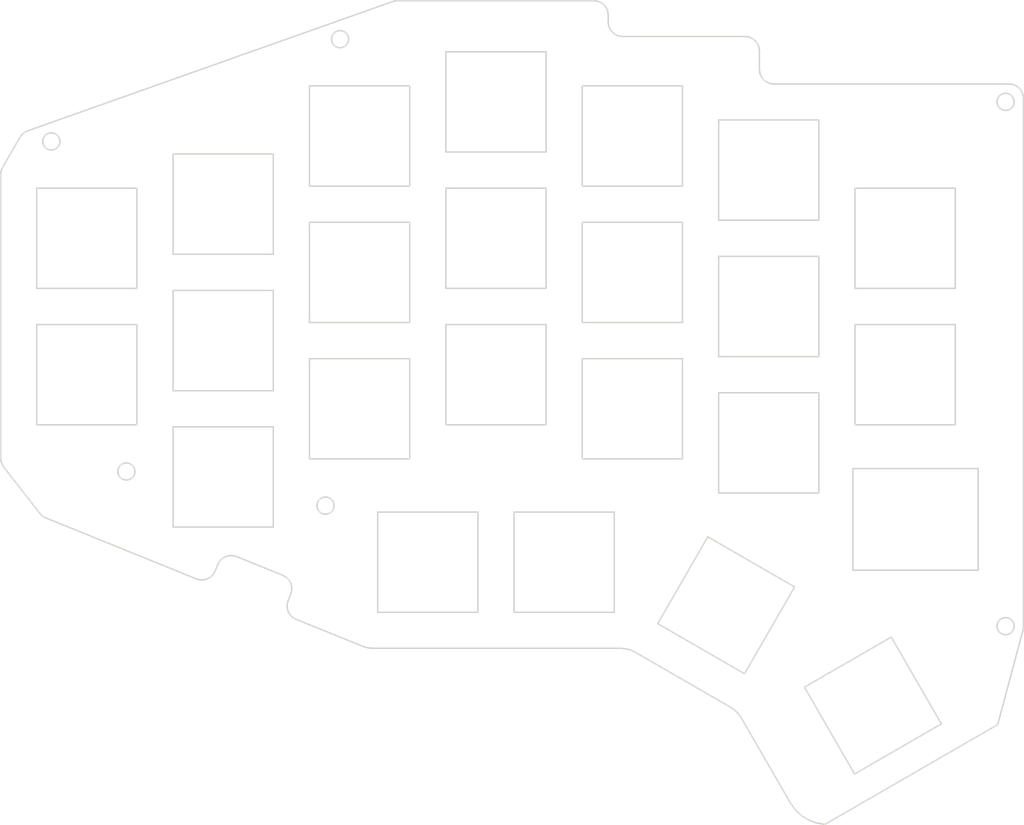
<source format=kicad_pcb>
(kicad_pcb (version 20221018) (generator pcbnew)

  (general
    (thickness 1.6)
  )

  (paper "A4")
  (layers
    (0 "F.Cu" signal)
    (31 "B.Cu" signal)
    (32 "B.Adhes" user "B.Adhesive")
    (33 "F.Adhes" user "F.Adhesive")
    (34 "B.Paste" user)
    (35 "F.Paste" user)
    (36 "B.SilkS" user "B.Silkscreen")
    (37 "F.SilkS" user "F.Silkscreen")
    (38 "B.Mask" user)
    (39 "F.Mask" user)
    (40 "Dwgs.User" user "User.Drawings")
    (41 "Cmts.User" user "User.Comments")
    (42 "Eco1.User" user "User.Eco1")
    (43 "Eco2.User" user "User.Eco2")
    (44 "Edge.Cuts" user)
    (45 "Margin" user)
    (46 "B.CrtYd" user "B.Courtyard")
    (47 "F.CrtYd" user "F.Courtyard")
    (48 "B.Fab" user)
    (49 "F.Fab" user)
    (50 "User.1" user)
    (51 "User.2" user)
    (52 "User.3" user)
    (53 "User.4" user)
    (54 "User.5" user)
    (55 "User.6" user)
    (56 "User.7" user)
    (57 "User.8" user)
    (58 "User.9" user)
  )

  (setup
    (pad_to_mask_clearance 0)
    (pcbplotparams
      (layerselection 0x00010fc_ffffffff)
      (plot_on_all_layers_selection 0x0000000_00000000)
      (disableapertmacros false)
      (usegerberextensions false)
      (usegerberattributes true)
      (usegerberadvancedattributes true)
      (creategerberjobfile true)
      (dashed_line_dash_ratio 12.000000)
      (dashed_line_gap_ratio 3.000000)
      (svgprecision 4)
      (plotframeref false)
      (viasonmask false)
      (mode 1)
      (useauxorigin false)
      (hpglpennumber 1)
      (hpglpenspeed 20)
      (hpglpendiameter 15.000000)
      (dxfpolygonmode true)
      (dxfimperialunits true)
      (dxfusepcbnewfont true)
      (psnegative false)
      (psa4output false)
      (plotreference true)
      (plotvalue true)
      (plotinvisibletext false)
      (sketchpadsonfab false)
      (subtractmaskfromsilk false)
      (outputformat 1)
      (mirror false)
      (drillshape 1)
      (scaleselection 1)
      (outputdirectory "")
    )
  )

  (net 0 "")

  (gr_line (start 115.225 89.7249) (end 115.225 75.725)
    (stroke (width 0.2) (type solid)) (layer "Edge.Cuts") (tstamp 0022cd82-c9d2-45b7-a7f7-af17e5ba48a9))
  (gr_line (start 156.525 91.0749) (end 139.025 91.0749)
    (stroke (width 0.2) (type solid)) (layer "Edge.Cuts") (tstamp 011f3789-6f1c-4431-9d0f-b44890446bd8))
  (gr_line (start 118.763 100.6128) (end 111.763 112.7371)
    (stroke (width 0.2) (type solid)) (layer "Edge.Cuts") (tstamp 013e959c-3a24-410e-be62-9c18f27bb169))
  (gr_line (start 159.501 112.2382) (end 159.311 112.4868)
    (stroke (width 0.2) (type solid)) (layer "Edge.Cuts") (tstamp 02f43968-5ab7-455d-b6bb-51c61f4a4732))
  (gr_line (start 38.5892 92.0874) (end 38.7091 91.798)
    (stroke (width 0.2) (type solid)) (layer "Edge.Cuts") (tstamp 02f8dc3c-39a6-44b5-956e-d11673dfed84))
  (gr_line (start 66.402 96.8499) (end 66.522 96.5605)
    (stroke (width 0.2) (type solid)) (layer "Edge.Cuts") (tstamp 03388d7c-973b-4400-8f6b-9a40ea3b101f))
  (gr_line (start 47.341 106.4952) (end 26.2941 97.9679)
    (stroke (width 0.2) (type solid)) (layer "Edge.Cuts") (tstamp 03e7c43d-854c-400b-84df-98dbac43acab))
  (gr_line (start 153.325 70.962) (end 139.325 70.962)
    (stroke (width 0.2) (type solid)) (layer "Edge.Cuts") (tstamp 0984252b-1bd5-4410-b652-f9bbde30a95a))
  (gr_line (start 36.35 91.4874) (end 36.3909 91.798)
    (stroke (width 0.2) (type solid)) (layer "Edge.Cuts") (tstamp 0b346e13-c98c-40e7-a929-49f2b4553fe9))
  (gr_line (start 161.55 39.862) (end 161.509 39.552)
    (stroke (width 0.2) (type solid)) (layer "Edge.Cuts") (tstamp 0b89e691-8449-491d-9ac1-c17be0db28d8))
  (gr_line (start 123.975 30.731) (end 124.493 30.799)
    (stroke (width 0.2) (type solid)) (layer "Edge.Cuts") (tstamp 0cb7b575-aef6-49c0-b9ff-7c7161e3a327))
  (gr_line (start 120.275 75.437) (end 134.275 75.437)
    (stroke (width 0.2) (type solid)) (layer "Edge.Cuts") (tstamp 0d258b89-c008-4db7-8e33-e3faa0ffd99b))
  (gr_line (start 60.505 107.0657) (end 60.24 106.6155)
    (stroke (width 0.2) (type solid)) (layer "Edge.Cuts") (tstamp 0db8a853-a1de-40a6-848a-4e0d6a6af6fd))
  (gr_line (start 52.926 103.3631) (end 52.421 103.2319)
    (stroke (width 0.2) (type solid)) (layer "Edge.Cuts") (tstamp 0dfe9f38-402d-4d83-a60d-da73bfc65990))
  (gr_line (start 27.9138 44.539) (end 27.6653 44.348)
    (stroke (width 0.2) (type solid)) (layer "Edge.Cuts") (tstamp 0e11ca25-7194-4b9e-8458-dddcdae12b09))
  (gr_line (start 104.264 26.317) (end 104.582 26.731)
    (stroke (width 0.2) (type solid)) (layer "Edge.Cuts") (tstamp 0efec628-6d06-4188-80f4-4c31498aa5cf))
  (gr_line (start 36.95 92.5267) (end 37.2394 92.6465)
    (stroke (width 0.2) (type solid)) (layer "Edge.Cuts") (tstamp 1000912f-47f1-4dfa-8407-1a1bbfa854ff))
  (gr_line (start 26.4653 46.427) (end 26.7547 46.547)
    (stroke (width 0.2) (type solid)) (layer "Edge.Cuts") (tstamp 1215ee33-b19e-4a09-9fa0-c48dd28b9967))
  (gr_line (start 160.95 40.902) (end 161.199 40.711)
    (stroke (width 0.2) (type solid)) (layer "Edge.Cuts") (tstamp 12cf42a9-f34b-441d-8919-4539a40a8b5b))
  (gr_line (start 25.9061 45.698) (end 26.026 45.987)
    (stroke (width 0.2) (type solid)) (layer "Edge.Cuts") (tstamp 13f3a2fd-0c81-4049-abd6-a2e20e88caa2))
  (gr_line (start 107.301 116.2419) (end 106.606 116.1812)
    (stroke (width 0.2) (type solid)) (layer "Edge.Cuts") (tstamp 150576a6-9d72-4418-94d2-056e688a5257))
  (gr_line (start 26.026 44.787) (end 25.9061 45.077)
    (stroke (width 0.2) (type solid)) (layer "Edge.Cuts") (tstamp 15f3f88d-9f94-47c5-801a-97c83c2a6d15))
  (gr_line (start 122.542 124.8329) (end 121.971 124.433)
    (stroke (width 0.2) (type solid)) (layer "Edge.Cuts") (tstamp 15f6e62f-1eb8-4390-b7f4-16991cf96654))
  (gr_line (start 125.707 31.731) (end 125.907 32.214)
    (stroke (width 0.2) (type solid)) (layer "Edge.Cuts") (tstamp 161761f6-522c-4159-b26d-fbe3b1532e4c))
  (gr_line (start 60.516 108.5963) (end 60.648 108.091)
    (stroke (width 0.2) (type solid)) (layer "Edge.Cuts") (tstamp 176be7ff-7d4e-47cd-bfbf-11b333a1b0be))
  (gr_line (start 104.918 29.249) (end 105.118 29.731)
    (stroke (width 0.2) (type solid)) (layer "Edge.Cuts") (tstamp 183456b2-a928-40be-af06-62d9461d5fd6))
  (gr_line (start 161.509 40.173) (end 161.55 39.862)
    (stroke (width 0.2) (type solid)) (layer "Edge.Cuts") (tstamp 18d4579d-a2aa-4036-977c-a4a245138669))
  (gr_line (start 115.225 75.725) (end 101.225 75.725)
    (stroke (width 0.2) (type solid)) (layer "Edge.Cuts") (tstamp 1a606a8c-6db1-4458-aa29-78e9237dd17c))
  (gr_line (start 161.509 113.3973) (end 161.55 113.0868)
    (stroke (width 0.2) (type solid)) (layer "Edge.Cuts") (tstamp 1a875813-9c95-4959-a8f7-4cb9850a1368))
  (gr_line (start 101.225 51.625) (end 115.225 51.625)
    (stroke (width 0.2) (type solid)) (layer "Edge.Cuts") (tstamp 1b7ab852-2dca-43ef-9a19-1c5c641da0c8))
  (gr_line (start 134.275 80.487) (end 120.275 80.487)
    (stroke (width 0.2) (type solid)) (layer "Edge.Cuts") (tstamp 1bcbb060-5fb8-4eeb-ae25-d41389386481))
  (gr_line (start 102.85 25.731) (end 103.368 25.799)
    (stroke (width 0.2) (type solid)) (layer "Edge.Cuts") (tstamp 1c0a1373-1b7d-43d0-8b45-bbbaa9f9cffb))
  (gr_line (start 153.325 51.912) (end 139.325 51.912)
    (stroke (width 0.2) (type solid)) (layer "Edge.Cuts") (tstamp 1c57a0b4-954f-476a-87c2-6aab4355f257))
  (gr_line (start 161.389 113.6868) (end 161.509 113.3973)
    (stroke (width 0.2) (type solid)) (layer "Edge.Cuts") (tstamp 1eb8bd1c-119b-4699-9eae-ee234100abd2))
  (gr_line (start 139.325 84.962) (end 153.325 84.962)
    (stroke (width 0.2) (type solid)) (layer "Edge.Cuts") (tstamp 20023028-a28d-452c-8471-e9c5975f9246))
  (gr_line (start 130.299 137.7865) (end 123.435 125.8971)
    (stroke (width 0.2) (type solid)) (layer "Edge.Cuts") (tstamp 206adfe8-3f6a-4ed1-acd0-a69c4acf6917))
  (gr_line (start 159.311 40.462) (end 159.501 40.711)
    (stroke (width 0.2) (type solid)) (layer "Edge.Cuts") (tstamp 21ef816c-a9bb-49e7-bedd-373a8c05a11a))
  (gr_line (start 144.387 114.6128) (end 132.263 121.6128)
    (stroke (width 0.2) (type solid)) (layer "Edge.Cuts") (tstamp 22ad0190-309c-4c33-a485-55a27fcb9931))
  (gr_line (start 77.125 89.7249) (end 77.125 75.725)
    (stroke (width 0.2) (type solid)) (layer "Edge.Cuts") (tstamp 234fd8f8-c099-4a03-ba2a-6e2aa72d32f9))
  (gr_line (start 159.75 114.126) (end 160.039 114.2459)
    (stroke (width 0.2) (type solid)) (layer "Edge.Cuts") (tstamp 237a13bb-b78a-43aa-bda6-998e2d3ddcd4))
  (gr_line (start 39.025 70.962) (end 25.025 70.962)
    (stroke (width 0.2) (type solid)) (layer "Edge.Cuts") (tstamp 238dd568-0727-4462-b09e-afeb757e060b))
  (gr_line (start 26.2941 97.9679) (end 25.9836 97.8093)
    (stroke (width 0.2) (type solid)) (layer "Edge.Cuts") (tstamp 2459bc69-3ea1-4dcf-87f5-d6c75dac8fd5))
  (gr_line (start 20.0485 90.0818) (end 20 89.6439)
    (stroke (width 0.2) (type solid)) (layer "Edge.Cuts") (tstamp 257720ca-1756-404a-88f1-ef907e8fe2c1))
  (gr_line (start 68.439 30.5) (end 68.248 30.251)
    (stroke (width 0.2) (type solid)) (layer "Edge.Cuts") (tstamp 25c363c7-8e97-4323-8c0e-2285ff3abd2e))
  (gr_line (start 77.125 70.675) (end 77.125 56.675)
    (stroke (width 0.2) (type solid)) (layer "Edge.Cuts") (tstamp 25eab91b-f71b-448f-a0bc-a787c6e7a203))
  (gr_line (start 60.789 111.8703) (end 60.417 111.504)
    (stroke (width 0.2) (type solid)) (layer "Edge.Cuts") (tstamp 265a8d60-9592-4f61-b0db-2230fc095792))
  (gr_line (start 63.125 37.625) (end 63.125 51.625)
    (stroke (width 0.2) (type solid)) (layer "Edge.Cuts") (tstamp 27d4e847-1cb6-4d4e-b8d8-ef655cfaed8e))
  (gr_line (start 37.2394 92.6465) (end 37.55 92.6874)
    (stroke (width 0.2) (type solid)) (layer "Edge.Cuts") (tstamp 284560c9-dc98-4f9f-b25c-99446577ee7c))
  (gr_line (start 60.417 111.504) (end 60.153 111.0539)
    (stroke (width 0.2) (type solid)) (layer "Edge.Cuts") (tstamp 28f8633b-ecc9-4572-837c-b1170828cabb))
  (gr_line (start 49.688 105.8468) (end 49.322 106.2188)
    (stroke (width 0.2) (type solid)) (layer "Edge.Cuts") (tstamp 294cb9e1-9292-4e85-bba7-6dd6e758c069))
  (gr_line (start 63.125 75.725) (end 63.125 89.7249)
    (stroke (width 0.2) (type solid)) (layer "Edge.Cuts") (tstamp 2985dfd9-65bf-46fe-ae89-86e1b032cf12))
  (gr_line (start 123.435 125.8971) (end 123.035 125.3259)
    (stroke (width 0.2) (type solid)) (layer "Edge.Cuts") (tstamp 2b9ca9ed-8235-4494-85de-2ff5318b8c0b))
  (gr_line (start 139.025 105.2749) (end 156.525 105.2749)
    (stroke (width 0.2) (type solid)) (layer "Edge.Cuts") (tstamp 2bc0795a-5ce7-4597-89d1-71e66f8f01c2))
  (gr_line (start 58.075 61.15) (end 58.075 47.15)
    (stroke (width 0.2) (type solid)) (layer "Edge.Cuts") (tstamp 2c2ea27d-df44-4d37-b1a2-5c0a0886e18b))
  (gr_line (start 161.389 39.262) (end 161.199 39.014)
    (stroke (width 0.2) (type solid)) (layer "Edge.Cuts") (tstamp 2d26648f-afe7-4ae4-aa19-4af363b325e3))
  (gr_line (start 68.248 31.948) (end 68.439 31.7)
    (stroke (width 0.2) (type solid)) (layer "Edge.Cuts") (tstamp 2e340dfa-c041-46f0-a092-d037a9c5440e))
  (gr_line (start 162.264 37.948) (end 162.582 38.362)
    (stroke (width 0.2) (type solid)) (layer "Edge.Cuts") (tstamp 30efaa18-b6fa-4e7d-8dcb-e827f72651d9))
  (gr_line (start 106.606 116.1812) (end 72.028 116.1812)
    (stroke (width 0.2) (type solid)) (layer "Edge.Cuts") (tstamp 311650a0-7222-4302-a31a-9c66fb5d0f85))
  (gr_line (start 104.582 26.731) (end 104.782 27.214)
    (stroke (width 0.2) (type solid)) (layer "Edge.Cuts") (tstamp 31504363-cdb6-4319-b1e5-ba76cceaed89))
  (gr_line (start 38.3985 92.336) (end 38.5892 92.0874)
    (stroke (width 0.2) (type solid)) (layer "Edge.Cuts") (tstamp 3210b3b4-fb01-4ab0-82a1-2b204239769d))
  (gr_line (start 115.225 70.675) (end 115.225 56.675)
    (stroke (width 0.2) (type solid)) (layer "Edge.Cuts") (tstamp 32179354-7b92-48b3-8e6d-dccc4f7637a7))
  (gr_line (start 52.421 103.2319) (end 51.899 103.236)
    (stroke (width 0.2) (type solid)) (layer "Edge.Cuts") (tstamp 332086ff-1320-41ad-98d2-ff5be0406cfa))
  (gr_line (start 37.8606 90.3283) (end 37.55 90.2874)
    (stroke (width 0.2) (type solid)) (layer "Edge.Cuts") (tstamp 338e5bca-d5c5-4b53-ac28-40ff1508949a))
  (gr_line (start 36.5108 92.0874) (end 36.7015 92.336)
    (stroke (width 0.2) (type solid)) (layer "Edge.Cuts") (tstamp 34bb51ca-ae59-43e7-bd0e-58d3a693cfe7))
  (gr_line (start 26.7547 46.547) (end 27.0653 46.587)
    (stroke (width 0.2) (type solid)) (layer "Edge.Cuts") (tstamp 351b438d-09d9-457a-8895-a98d90d0b257))
  (gr_line (start 86.65 111.1562) (end 86.65 97.1562)
    (stroke (width 0.2) (type solid)) (layer "Edge.Cuts") (tstamp 368c2498-0727-48fb-9f0a-6f4330a972a1))
  (gr_line (start 161.389 40.462) (end 161.509 40.173)
    (stroke (width 0.2) (type solid)) (layer "Edge.Cuts") (tstamp 36be6143-1f4b-4ebb-9ee4-fbcd53ce7c62))
  (gr_line (start 160.95 114.126) (end 161.199 113.9353)
    (stroke (width 0.2) (type solid)) (layer "Edge.Cuts") (tstamp 37b5f6d4-b5dc-4e79-972e-7a01b78a40e0))
  (gr_line (start 126.243 36.362) (end 126.561 36.777)
    (stroke (width 0.2) (type solid)) (layer "Edge.Cuts") (tstamp 37c31612-d3bb-4616-a10b-b7526123734d))
  (gr_line (start 64.763 95.2107) (end 64.514 95.4014)
    (stroke (width 0.2) (type solid)) (layer "Edge.Cuts") (tstamp 385575dc-5abd-4bfb-bd60-bbf55c096ca3))
  (gr_line (start 159.501 113.9353) (end 159.75 114.126)
    (stroke (width 0.2) (type solid)) (layer "Edge.Cuts") (tstamp 391e5948-9aa8-4710-b202-ddd85ee6c9d2))
  (gr_line (start 103.368 25.799) (end 103.85 25.999)
    (stroke (width 0.2) (type solid)) (layer "Edge.Cuts") (tstamp 396bc0a5-c770-4ab8-a7fb-d76195b2a049))
  (gr_line (start 65.052 95.0908) (end 64.763 95.2107)
    (stroke (width 0.2) (type solid)) (layer "Edge.Cuts") (tstamp 3ab1d414-aefa-4b75-8b7d-05f6b0544aca))
  (gr_line (start 66.211 95.4014) (end 65.963 95.2107)
    (stroke (width 0.2) (type solid)) (layer "Edge.Cuts") (tstamp 3ac1fe90-b724-4f19-bab4-7d661b49a1ec))
  (gr_line (start 120.275 61.437) (end 120.275 75.437)
    (stroke (width 0.2) (type solid)) (layer "Edge.Cuts") (tstamp 3b204a2f-cf82-48ad-95b3-8eeef211667a))
  (gr_line (start 121.971 124.433) (end 108.606 116.7171)
    (stroke (width 0.2) (type solid)) (layer "Edge.Cuts") (tstamp 3b86d631-5504-4363-b69b-a6c78a38498b))
  (gr_line (start 77.125 37.625) (end 63.125 37.625)
    (stroke (width 0.2) (type solid)) (layer "Edge.Cuts") (tstamp 3b88cdad-85c5-4eb4-b3c6-16032b7f5f4e))
  (gr_line (start 96.175 70.962) (end 82.175 70.962)
    (stroke (width 0.2) (type solid)) (layer "Edge.Cuts") (tstamp 3b9f1e18-6d87-461f-bf4a-d81858d8a987))
  (gr_line (start 25.025 65.912) (end 39.025 65.912)
    (stroke (width 0.2) (type solid)) (layer "Edge.Cuts") (tstamp 3d68c988-92dc-4525-9d36-07a14291b6c7))
  (gr_line (start 65.673 95.0908) (end 65.363 95.0499)
    (stroke (width 0.2) (type solid)) (layer "Edge.Cuts") (tstamp 3ecdea87-4548-4ad5-80ec-301a0b772e2d))
  (gr_line (start 67.089 32.259) (end 67.4 32.3)
    (stroke (width 0.2) (type solid)) (layer "Edge.Cuts") (tstamp 40082df3-da56-4314-af8a-1065f5c8fa90))
  (gr_line (start 65.963 97.2892) (end 66.211 97.0985)
    (stroke (width 0.2) (type solid)) (layer "Edge.Cuts") (tstamp 40dc35a4-0b45-4296-9923-6de23f4fb101))
  (gr_line (start 64.203 95.9394) (end 64.163 96.2499)
    (stroke (width 0.2) (type solid)) (layer "Edge.Cuts") (tstamp 420a5ce0-b974-4b86-a80b-c5223f9d3328))
  (gr_line (start 161.389 112.4868) (end 161.199 112.2382)
    (stroke (width 0.2) (type solid)) (layer "Edge.Cuts") (tstamp 42ba2e98-2be6-44d2-8f93-83f6b2613155))
  (gr_line (start 38.15 92.5267) (end 38.3985 92.336)
    (stroke (width 0.2) (type solid)) (layer "Edge.Cuts") (tstamp 43c41264-8642-47ca-88a0-cbf68f970518))
  (gr_line (start 77.125 51.625) (end 77.125 37.625)
    (stroke (width 0.2) (type solid)) (layer "Edge.Cuts") (tstamp 440d1d44-151e-49eb-9944-1540cc492747))
  (gr_line (start 26.2167 46.236) (end 26.4653 46.427)
    (stroke (width 0.2) (type solid)) (layer "Edge.Cuts") (tstamp 4410ad89-37b5-4971-b404-8faa9240f4a9))
  (gr_line (start 159.15 113.0868) (end 159.191 113.3973)
    (stroke (width 0.2) (type solid)) (layer "Edge.Cuts") (tstamp 44f72b9c-aeaa-444b-8aa6-3f9580765c45))
  (gr_line (start 125.389 31.317) (end 125.707 31.731)
    (stroke (width 0.2) (type solid)) (layer "Edge.Cuts") (tstamp 45bf9f21-43db-4437-af75-1bceb6c6a81c))
  (gr_line (start 101.225 37.625) (end 101.225 51.625)
    (stroke (width 0.2) (type solid)) (layer "Edge.Cuts") (tstamp 45f55014-23bb-4e6d-98f5-ad7f0b7865e4))
  (gr_line (start 151.387 126.7371) (end 144.387 114.6128)
    (stroke (width 0.2) (type solid)) (layer "Edge.Cuts") (tstamp 47cfb3bb-3b1d-473a-8d16-889fcc242e5a))
  (gr_line (start 27.6653 44.348) (end 27.3758 44.228)
    (stroke (width 0.2) (type solid)) (layer "Edge.Cuts") (tstamp 47f15153-b35e-43c2-874d-9cf3630e93cb))
  (gr_line (start 120.275 80.487) (end 120.275 94.4874)
    (stroke (width 0.2) (type solid)) (layer "Edge.Cuts") (tstamp 49cb0e56-0fd3-4edf-af42-565c5c2d390e))
  (gr_line (start 44.075 99.2499) (end 58.075 99.2499)
    (stroke (width 0.2) (type solid)) (layer "Edge.Cuts") (tstamp 4ad12e5d-877f-46bc-a292-dc77a1ebc8d4))
  (gr_line (start 44.075 80.2) (end 58.075 80.2)
    (stroke (width 0.2) (type solid)) (layer "Edge.Cuts") (tstamp 4b929702-6ebf-4c14-9b78-2b72ce81a90d))
  (gr_line (start 105.118 29.731) (end 105.436 30.145)
    (stroke (width 0.2) (type solid)) (layer "Edge.Cuts") (tstamp 4c2c36d5-0cb4-42dc-9d0f-1ea9c9434b92))
  (gr_line (start 60.141 109.5232) (end 60.516 108.5963)
    (stroke (width 0.2) (type solid)) (layer "Edge.Cuts") (tstamp 4d5a5def-e6e4-453c-b5f1-4ac896c675c3))
  (gr_line (start 66.241 31.411) (end 66.361 31.7)
    (stroke (width 0.2) (type solid)) (layer "Edge.Cuts") (tstamp 4eba7aae-1209-4170-a4af-239861d94d8b))
  (gr_line (start 126.561 36.777) (end 126.975 37.094)
    (stroke (width 0.2) (type solid)) (layer "Edge.Cuts") (tstamp 4ed7679b-b169-4d34-8549-318ab1263757))
  (gr_line (start 65.963 95.2107) (end 65.673 95.0908)
    (stroke (width 0.2) (type solid)) (layer "Edge.Cuts") (tstamp 4f75f6dd-4490-4281-b7be-ead0589b80ab))
  (gr_line (start 160.95 112.0475) (end 160.661 111.9276)
    (stroke (width 0.2) (type solid)) (layer "Edge.Cuts") (tstamp 4fd26cdf-1597-4e5b-bef4-90e4d8a853c9))
  (gr_line (start 134.275 61.437) (end 120.275 61.437)
    (stroke (width 0.2) (type solid)) (layer "Edge.Cuts") (tstamp 505584f1-be69-4b85-b875-149e31865293))
  (gr_line (start 28.1045 45.987) (end 28.2244 45.698)
    (stroke (width 0.2) (type solid)) (layer "Edge.Cuts") (tstamp 50f670b6-2fb9-4f1c-afe3-191765535e8b))
  (gr_line (start 96.175 32.862) (end 82.175 32.862)
    (stroke (width 0.2) (type solid)) (layer "Edge.Cuts") (tstamp 534f8eaf-a4ce-4c1d-8b87-d4ddab6cc0f5))
  (gr_line (start 75.413 25.731) (end 102.85 25.731)
    (stroke (width 0.2) (type solid)) (layer "Edge.Cuts") (tstamp 53b8054e-dafe-4003-845e-be5dcd71b0da))
  (gr_line (start 22.9796 44.414) (end 23.341 44.113)
    (stroke (width 0.2) (type solid)) (layer "Edge.Cuts") (tstamp 53c245e5-ee2d-4bc9-a098-8095fb2a353b))
  (gr_line (start 44.075 66.2) (end 44.075 80.2)
    (stroke (width 0.2) (type solid)) (layer "Edge.Cuts") (tstamp 551871a2-ddc2-48ba-87ed-8f2578e5a032))
  (gr_line (start 139.263 133.7371) (end 151.387 126.7371)
    (stroke (width 0.2) (type solid)) (layer "Edge.Cuts") (tstamp 57c98356-9c18-4de6-bddf-80b2e802dc3a))
  (gr_line (start 58.075 66.2) (end 44.075 66.2)
    (stroke (width 0.2) (type solid)) (layer "Edge.Cuts") (tstamp 590d01e9-cd29-4de5-bae4-c9f038aabd45))
  (gr_line (start 120.275 56.387) (end 134.275 56.387)
    (stroke (width 0.2) (type solid)) (layer "Edge.Cuts") (tstamp 591150d3-1163-4568-be58-4028bc2baf23))
  (gr_line (start 82.175 84.962) (end 96.175 84.962)
    (stroke (width 0.2) (type solid)) (layer "Edge.Cuts") (tstamp 596d0d5d-86c5-4833-a24b-0ce16439d5c5))
  (gr_line (start 68.559 31.411) (end 68.6 31.1)
    (stroke (width 0.2) (type solid)) (layer "Edge.Cuts") (tstamp 5a05ccea-8dfc-4c1f-8b8a-9c682dcbb2d4))
  (gr_line (start 20.1918 90.4985) (end 20.0485 90.0818)
    (stroke (width 0.2) (type solid)) (layer "Edge.Cuts") (tstamp 5a8fea12-76b1-49c6-a5ce-a66472b027a9))
  (gr_line (start 68.248 30.251) (end 68 30.061)
    (stroke (width 0.2) (type solid)) (layer "Edge.Cuts") (tstamp 5aea437a-0cbb-49aa-ac0b-33b1d7b543d9))
  (gr_line (start 127.457 37.294) (end 127.975 37.362)
    (stroke (width 0.2) (type solid)) (layer "Edge.Cuts") (tstamp 5b0a917a-65d5-4fd6-b0b0-7e55ec267a0c))
  (gr_line (start 135.062 140.7708) (end 133.911 140.5735)
    (stroke (width 0.2) (type solid)) (layer "Edge.Cuts") (tstamp 5b1d91fa-593c-4ae5-b402-0609a7eecc26))
  (gr_line (start 63.125 56.675) (end 63.125 70.675)
    (stroke (width 0.2) (type solid)) (layer "Edge.Cuts") (tstamp 5b86d1bf-a1d1-4b16-a2f0-ec92df652378))
  (gr_line (start 96.175 51.912) (end 82.175 51.912)
    (stroke (width 0.2) (type solid)) (layer "Edge.Cuts") (tstamp 5bb40665-01b7-4444-9b5b-c6890995a9a8))
  (gr_line (start 25.9836 97.8093) (end 25.7054 97.5992)
    (stroke (width 0.2) (type solid)) (layer "Edge.Cuts") (tstamp 5c4facee-1437-40a0-8872-501f3813a523))
  (gr_line (start 20.1206 49.316) (end 20.268 49)
    (stroke (width 0.2) (type solid)) (layer "Edge.Cuts") (tstamp 5c79acc8-01ee-40bf-b2a2-439ced047133))
  (gr_line (start 101.225 75.725) (end 101.225 89.7249)
    (stroke (width 0.2) (type solid)) (layer "Edge.Cuts") (tstamp 5e48fffd-4ade-495d-82eb-89a4d38d33a5))
  (gr_line (start 20 50) (end 20.0304 49.653)
    (stroke (width 0.2) (type solid)) (layer "Edge.Cuts") (tstamp 5ea05a1c-3a5c-42b4-9c46-f081c867b26d))
  (gr_line (start 49.946 105.3926) (end 49.688 105.8468)
    (stroke (width 0.2) (type solid)) (layer "Edge.Cuts") (tstamp 5f081ab1-0aa5-4c75-ac3e-2b33f0684bb4))
  (gr_line (start 82.175 65.912) (end 96.175 65.912)
    (stroke (width 0.2) (type solid)) (layer "Edge.Cuts") (tstamp 5fee954f-0ae0-4fdc-a4c3-269738f1be30))
  (gr_line (start 66.8 30.061) (end 66.551 30.251)
    (stroke (width 0.2) (type solid)) (layer "Edge.Cuts") (tstamp 600afedf-4fd8-4d63-8d4c-069915868d8a))
  (gr_line (start 74.963 25.782) (end 75.186 25.744)
    (stroke (width 0.2) (type solid)) (layer "Edge.Cuts") (tstamp 60291a2b-4079-4be0-b504-a8dcf8759a76))
  (gr_line (start 161.368 37.431) (end 161.85 37.63)
    (stroke (width 0.2) (type solid)) (layer "Edge.Cuts") (tstamp 609ac72f-b76e-40f9-948f-41d8025efd22))
  (gr_line (start 91.7 97.1562) (end 91.7 111.1562)
    (stroke (width 0.2) (type solid)) (layer "Edge.Cuts") (tstamp 624d3a8a-d13f-40d4-b16b-35a594030f3d))
  (gr_line (start 123.035 125.3259) (end 122.542 124.8329)
    (stroke (width 0.2) (type solid)) (layer "Edge.Cuts") (tstamp 64dcece8-37a5-4679-8c5c-af93182c4217))
  (gr_line (start 75.186 25.744) (end 75.413 25.731)
    (stroke (width 0.2) (type solid)) (layer "Edge.Cuts") (tstamp 64e33fac-0e27-4cd1-b907-31786ee60054))
  (gr_line (start 161.199 40.711) (end 161.389 40.462)
    (stroke (width 0.2) (type solid)) (layer "Edge.Cuts") (tstamp 6657d85b-314b-4d68-849f-436668fc79d1))
  (gr_line (start 67.71 29.941) (end 67.4 29.9)
    (stroke (width 0.2) (type solid)) (layer "Edge.Cuts") (tstamp 669dcfa1-dd51-4aa6-be70-c2125b9c5718))
  (gr_line (start 160.35 111.8868) (end 160.039 111.9276)
    (stroke (width 0.2) (type solid)) (layer "Edge.Cuts") (tstamp 66ddd8e6-087c-4864-b7e6-8980bedf6dbc))
  (gr_line (start 44.075 61.15) (end 58.075 61.15)
    (stroke (width 0.2) (type solid)) (layer "Edge.Cuts") (tstamp 6741427f-9a56-4292-89e6-2f03244d12ca))
  (gr_line (start 74.745 25.846) (end 74.963 25.782)
    (stroke (width 0.2) (type solid)) (layer "Edge.Cuts") (tstamp 67aeb86a-a4c8-488d-ba84-991348ebad04))
  (gr_line (start 105.7 111.1562) (end 105.7 97.1562)
    (stroke (width 0.2) (type solid)) (layer "Edge.Cuts") (tstamp 68ca94ce-c7ca-4616-9b35-1c2f75032636))
  (gr_line (start 37.8606 92.6465) (end 38.15 92.5267)
    (stroke (width 0.2) (type solid)) (layer "Edge.Cuts") (tstamp 6913221e-f1a8-486d-8322-60b62dd2e289))
  (gr_line (start 36.95 90.4482) (end 36.7015 90.6389)
    (stroke (width 0.2) (type solid)) (layer "Edge.Cuts") (tstamp 695d9453-f8cc-461c-98d2-572cf9a316ca))
  (gr_line (start 134.275 94.4874) (end 134.275 80.487)
    (stroke (width 0.2) (type solid)) (layer "Edge.Cuts") (tstamp 696cb228-8faf-4b39-a1df-61b2b726a086))
  (gr_line (start 36.3909 91.798) (end 36.5108 92.0874)
    (stroke (width 0.2) (type solid)) (layer "Edge.Cuts") (tstamp 6994d6b9-bd90-4867-80c0-cfaa5840ae07))
  (gr_line (start 58.075 80.2) (end 58.075 66.2)
    (stroke (width 0.2) (type solid)) (layer "Edge.Cuts") (tstamp 6b35df78-9835-4c34-b803-8911debb5a5d))
  (gr_line (start 58.075 47.15) (end 44.075 47.15)
    (stroke (width 0.2) (type solid)) (layer "Edge.Cuts") (tstamp 6b685849-0ff8-462d-8a24-f553cfb995cc))
  (gr_line (start 20.4228 90.8737) (end 20.1918 90.4985)
    (stroke (width 0.2) (type solid)) (layer "Edge.Cuts") (tstamp 6b7eb496-fdec-4789-ba25-b4bdf83e6679))
  (gr_line (start 23.7626 43.905) (end 74.745 25.846)
    (stroke (width 0.2) (type solid)) (layer "Edge.Cuts") (tstamp 6c2c806e-3a6f-4c54-8b4b-ade4f2ea9d80))
  (gr_line (start 27.3758 46.547) (end 27.6653 46.427)
    (stroke (width 0.2) (type solid)) (layer "Edge.Cuts") (tstamp 6cf7df1d-e537-4761-a3e8-81bf4f23629c))
  (gr_line (start 47.847 106.6264) (end 47.341 106.4952)
    (stroke (width 0.2) (type solid)) (layer "Edge.Cuts") (tstamp 6f18a045-ee59-427f-850a-f3ef9f12fffd))
  (gr_line (start 37.55 92.6874) (end 37.8606 92.6465)
    (stroke (width 0.2) (type solid)) (layer "Edge.Cuts") (tstamp 7057c468-f699-446d-afd8-702c530ccc57))
  (gr_line (start 64.514 97.0985) (end 64.763 97.2892)
    (stroke (width 0.2) (type solid)) (layer "Edge.Cuts") (tstamp 70638bf2-c721-45e5-9d6c-31736b8d961e))
  (gr_line (start 111.763 112.7371) (end 123.887 119.7371)
    (stroke (width 0.2) (type solid)) (layer "Edge.Cuts") (tstamp 71024c4d-acb6-40d6-ab95-80cf7de3c753))
  (gr_line (start 26.2167 44.539) (end 26.026 44.787)
    (stroke (width 0.2) (type solid)) (layer "Edge.Cuts") (tstamp 736803ba-4b95-4b80-a150-6d17a3f3598a))
  (gr_line (start 44.075 47.15) (end 44.075 61.15)
    (stroke (width 0.2) (type solid)) (layer "Edge.Cuts") (tstamp 73c0a12f-f388-475d-8be8-7adf503f7136))
  (gr_line (start 28.2244 45.698) (end 28.2653 45.387)
    (stroke (width 0.2) (type solid)) (layer "Edge.Cuts") (tstamp 75fd829b-aa0e-4d5f-9b56-e0a99350e10f))
  (gr_line (start 153.325 65.912) (end 153.325 51.912)
    (stroke (width 0.2) (type solid)) (layer "Edge.Cuts") (tstamp 76792594-ce22-46b5-b8f2-8c9366ebcdd4))
  (gr_line (start 68 30.061) (end 67.71 29.941)
    (stroke (width 0.2) (type solid)) (layer "Edge.Cuts") (tstamp 7700e3d9-b9af-4582-9da3-b6e019e8be02))
  (gr_line (start 39.025 84.962) (end 39.025 70.962)
    (stroke (width 0.2) (type solid)) (layer "Edge.Cuts") (tstamp 77940229-9cf4-4bd4-a835-7008ea81b5ad))
  (gr_line (start 106.85 30.731) (end 123.975 30.731)
    (stroke (width 0.2) (type solid)) (layer "Edge.Cuts") (tstamp 78e8e306-0ff7-4e5d-a554-6bde47c29308))
  (gr_line (start 67.4 32.3) (end 67.71 32.259)
    (stroke (width 0.2) (type solid)) (layer "Edge.Cuts") (tstamp 78f0dc59-d960-4291-8d09-063a6237266a))
  (gr_line (start 64.323 95.6499) (end 64.203 95.9394)
    (stroke (width 0.2) (type solid)) (layer "Edge.Cuts") (tstamp 79831989-d4e4-4114-a427-e37572720449))
  (gr_line (start 96.175 65.912) (end 96.175 51.912)
    (stroke (width 0.2) (type solid)) (layer "Edge.Cuts") (tstamp 7b55c010-deb5-4416-8af6-1026a1020e0c))
  (gr_line (start 66.211 97.0985) (end 66.402 96.8499)
    (stroke (width 0.2) (type solid)) (layer "Edge.Cuts") (tstamp 7b5e2b97-75d2-4b7c-8cd1-30c49347ae1c))
  (gr_line (start 101.225 56.675) (end 101.225 70.675)
    (stroke (width 0.2) (type solid)) (layer "Edge.Cuts") (tstamp 7bb55cd1-f744-449f-b622-498742909676))
  (gr_line (start 161.509 39.552) (end 161.389 39.262)
    (stroke (width 0.2) (type solid)) (layer "Edge.Cuts") (tstamp 7c73fafb-c8e5-4072-aebc-f95c7e9048e0))
  (gr_line (start 86.65 97.1562) (end 72.65 97.1562)
    (stroke (width 0.2) (type solid)) (layer "Edge.Cuts") (tstamp 7cfd35af-aaec-4e23-93a3-02b180e700a8))
  (gr_line (start 161.199 113.9353) (end 161.389 113.6868)
    (stroke (width 0.2) (type solid)) (layer "Edge.Cuts") (tstamp 7dffc681-dc4e-4160-ae03-d7c14690d770))
  (gr_line (start 159.311 113.6868) (end 159.501 113.9353)
    (stroke (width 0.2) (type solid)) (layer "Edge.Cuts") (tstamp 7e529249-d26e-4821-942c-756e70f74210))
  (gr_line (start 20.0304 49.653) (end 20.1206 49.316)
    (stroke (width 0.2) (type solid)) (layer "Edge.Cuts") (tstamp 7f53a666-af1b-4b76-b6ea-f3840ec89ade))
  (gr_line (start 108.606 116.7171) (end 107.974 116.4224)
    (stroke (width 0.2) (type solid)) (layer "Edge.Cuts") (tstamp 7f773ea4-563c-49ff-b046-5069fca1caa7))
  (gr_line (start 36.7015 90.6389) (end 36.5108 90.8874)
    (stroke (width 0.2) (type solid)) (layer "Edge.Cuts") (tstamp 7fab6987-b021-46ed-b882-d2ec21d438c2))
  (gr_line (start 160.039 111.9276) (end 159.75 112.0475)
    (stroke (width 0.2) (type solid)) (layer "Edge.Cuts") (tstamp 7fb71d6c-dd53-41ef-8f8e-23b096f54ab1))
  (gr_line (start 159.15 39.862) (end 159.191 40.173)
    (stroke (width 0.2) (type solid)) (layer "Edge.Cuts") (tstamp 812b3eb5-7b65-4c29-97d8-db2c78ae4159))
  (gr_line (start 49.322 106.2188) (end 48.872 106.4834)
    (stroke (width 0.2) (type solid)) (layer "Edge.Cuts") (tstamp 817a1a74-c1db-4818-92b4-ea2ac650c831))
  (gr_line (start 66.551 31.948) (end 66.8 32.139)
    (stroke (width 0.2) (type solid)) (layer "Edge.Cuts") (tstamp 818d846e-746b-47e2-9e6f-191ed2923715))
  (gr_line (start 82.175 46.862) (end 96.175 46.862)
    (stroke (width 0.2) (type solid)) (layer "Edge.Cuts") (tstamp 82a3f3fc-acf9-4bb8-99ab-85f49090a1e7))
  (gr_line (start 106.332 30.663) (end 106.85 30.731)
    (stroke (width 0.2) (type solid)) (layer "Edge.Cuts") (tstamp 839cc62a-4735-4d3c-8e39-35c2c5387021))
  (gr_line (start 131.83 139.5366) (end 130.979 138.7364)
    (stroke (width 0.2) (type solid)) (layer "Edge.Cuts") (tstamp 84399978-14ae-415b-848d-6a8b599163fb))
  (gr_line (start 44.075 85.25) (end 44.075 99.2499)
    (stroke (width 0.2) (type solid)) (layer "Edge.Cuts") (tstamp 855fb86c-e5c8-46cc-9ea3-94e560de476d))
  (gr_line (start 66.522 96.5605) (end 66.562 96.2499)
    (stroke (width 0.2) (type solid)) (layer "Edge.Cuts") (tstamp 85fdf110-d1d0-4c09-ab3e-1b41c1583aac))
  (gr_line (start 159.75 38.823) (end 159.501 39.014)
    (stroke (width 0.2) (type solid)) (layer "Edge.Cuts") (tstamp 86a64895-1d8f-4dd7-af13-aea9db7fb281))
  (gr_line (start 60.24 106.6155) (end 59.868 106.2492)
    (stroke (width 0.2) (type solid)) (layer "Edge.Cuts") (tstamp 86d1d98f-32e8-4764-bbe6-93b442131cf3))
  (gr_line (start 66.562 96.2499) (end 66.522 95.9394)
    (stroke (width 0.2) (type solid)) (layer "Edge.Cuts") (tstamp 87c47b8c-0bbd-42a0-9a22-9a6c434cb2dd))
  (gr_line (start 160.35 38.662) (end 160.039 38.703)
    (stroke (width 0.2) (type solid)) (layer "Edge.Cuts") (tstamp 88551923-640f-49ce-9c55-bb1a0703d856))
  (gr_line (start 123.887 119.7371) (end 130.887 107.6128)
    (stroke (width 0.2) (type solid)) (layer "Edge.Cuts") (tstamp 88c498e2-5970-43a0-b5fd-39d86c60ef56))
  (gr_line (start 159.75 40.902) (end 160.039 41.022)
    (stroke (width 0.2) (type solid)) (layer "Edge.Cuts") (tstamp 891e1c35-6368-4f66-8ef8-5b1d64b6182c))
  (gr_line (start 162.85 113.1526) (end 162.842 113.3269)
    (stroke (width 0.2) (type solid)) (layer "Edge.Cuts") (tstamp 896520ef-9aaa-4ce1-8bef-43f5e4c3c777))
  (gr_line (start 25.025 84.962) (end 39.025 84.962)
    (stroke (width 0.2) (type solid)) (layer "Edge.Cuts") (tstamp 8c5bc1e2-62ef-4048-89af-9ff864f1cf14))
  (gr_line (start 125.975 35.362) (end 126.043 35.88)
    (stroke (width 0.2) (type solid)) (layer "Edge.Cuts") (tstamp 8d8e206e-1ab4-4ae4-ade5-7391d4bec652))
  (gr_line (start 50.945 103.6396) (end 50.579 104.0116)
    (stroke (width 0.2) (type solid)) (layer "Edge.Cuts") (tstamp 901607f1-c4d4-48f5-bbfd-4922645fdef4))
  (gr_line (start 77.125 56.675) (end 63.125 56.675)
    (stroke (width 0.2) (type solid)) (layer "Edge.Cuts") (tstamp 90edb17a-2e15-46be-9e73-b0ebf1ae77c2))
  (gr_line (start 27.0653 44.187) (end 26.7547 44.228)
    (stroke (width 0.2) (type solid)) (layer "Edge.Cuts") (tstamp 90f4bc8c-e201-4dbc-a815-36295dfa73b6))
  (gr_line (start 82.175 51.912) (end 82.175 65.912)
    (stroke (width 0.2) (type solid)) (layer "Edge.Cuts") (tstamp 9172f276-e7f3-4707-b5fb-27cdfa3a9e15))
  (gr_line (start 120.275 42.387) (end 120.275 56.387)
    (stroke (width 0.2) (type solid)) (layer "Edge.Cuts") (tstamp 91a9bb90-637a-42d3-8104-561b71ae5486))
  (gr_line (start 126.043 35.88) (end 126.243 36.362)
    (stroke (width 0.2) (type solid)) (layer "Edge.Cuts") (tstamp 91b874b0-7e39-4aac-9c87-84545fc6fbc7))
  (gr_line (start 51.899 103.236) (end 51.395 103.375)
    (stroke (width 0.2) (type solid)) (layer "Edge.Cuts") (tstamp 92b895a9-d4f9-4108-ab17-9656371d34de))
  (gr_line (start 160.95 38.823) (end 160.661 38.703)
    (stroke (width 0.2) (type solid)) (layer "Edge.Cuts") (tstamp 930054c5-f688-4010-a259-e42d2df40374))
  (gr_line (start 48.872 106.4834) (end 48.369 106.6224)
    (stroke (width 0.2) (type solid)) (layer "Edge.Cuts") (tstamp 9432981c-d50e-46b3-a966-ee43fb3c392b))
  (gr_line (start 60.648 108.091) (end 60.644 107.5689)
    (stroke (width 0.2) (type solid)) (layer "Edge.Cuts") (tstamp 945e7c36-001f-4935-839b-30a0680de9ad))
  (gr_line (start 77.125 75.725) (end 63.125 75.725)
    (stroke (width 0.2) (type solid)) (layer "Edge.Cuts") (tstamp 94c0857b-b588-4099-9e79-6f1351ebf662))
  (gr_line (start 160.661 41.022) (end 160.95 40.902)
    (stroke (width 0.2) (type solid)) (layer "Edge.Cuts") (tstamp 962d285f-c89c-40f7-86c7-6743ed3936d8))
  (gr_line (start 159.191 112.7762) (end 159.15 113.0868)
    (stroke (width 0.2) (type solid)) (layer "Edge.Cuts") (tstamp 96499225-036d-4f6a-847d-d13ba2b39866))
  (gr_line (start 132.82 140.1568) (end 131.83 139.5366)
    (stroke (width 0.2) (type solid)) (layer "Edge.Cuts") (tstamp 96baaa8e-2af8-4c68-8c20-5b791e1c2a81))
  (gr_line (start 126.975 37.094) (end 127.457 37.294)
    (stroke (width 0.2) (type solid)) (layer "Edge.Cuts") (tstamp 96cde7ed-2791-4a90-84a0-84dfd3b81472))
  (gr_line (start 160.661 111.9276) (end 160.35 111.8868)
    (stroke (width 0.2) (type solid)) (layer "Edge.Cuts") (tstamp 97b17a47-da3a-4d4b-90b3-47664acddf5d))
  (gr_line (start 26.026 45.987) (end 26.2167 46.236)
    (stroke (width 0.2) (type solid)) (layer "Edge.Cuts") (tstamp 99c7e322-76d0-48d1-ac28-b7a8c7390563))
  (gr_line (start 36.3909 91.1768) (end 36.35 91.4874)
    (stroke (width 0.2) (type solid)) (layer "Edge.Cuts") (tstamp 9a710889-68fc-4c40-9eb4-fd561cee791a))
  (gr_line (start 39.025 51.912) (end 25.025 51.912)
    (stroke (width 0.2) (type solid)) (layer "Edge.Cuts") (tstamp 9e7256f4-118f-4769-8285-71a2069f2fba))
  (gr_line (start 134.275 75.437) (end 134.275 61.437)
    (stroke (width 0.2) (type solid)) (layer "Edge.Cuts") (tstamp 9e9ce7bd-e799-4ddc-9475-24d3dc043ab0))
  (gr_line (start 58.075 99.2499) (end 58.075 85.25)
    (stroke (width 0.2) (type solid)) (layer "Edge.Cuts") (tstamp 9f90f0cb-7d99-44d0-b2b8-6d4164344f36))
  (gr_line (start 139.325 51.912) (end 139.325 65.912)
    (stroke (width 0.2) (type solid)) (layer "Edge.Cuts") (tstamp a282aa7c-e38d-4091-8bf5-a91a4d1b2a86))
  (gr_line (start 25.8653 45.387) (end 25.9061 45.698)
    (stroke (width 0.2) (type solid)) (layer "Edge.Cuts") (tstamp a3a4e28e-f5c0-4256-99d4-c8e00076dba6))
  (gr_line (start 160.35 114.2868) (end 160.661 114.2459)
    (stroke (width 0.2) (type solid)) (layer "Edge.Cuts") (tstamp a48f8d47-91dd-4d33-95e2-b9ad10acd548))
  (gr_line (start 67.71 32.259) (end 68 32.139)
    (stroke (width 0.2) (type solid)) (layer "Edge.Cuts") (tstamp a4d563bb-b267-4d4b-a1c7-3acc2ac545da))
  (gr_line (start 60.01 110.0285) (end 60.141 109.5232)
    (stroke (width 0.2) (type solid)) (layer "Edge.Cuts") (tstamp a5bc473c-4d58-4a80-b440-de53c65d8a94))
  (gr_line (start 72.65 97.1562) (end 72.65 111.1562)
    (stroke (width 0.2) (type solid)) (layer "Edge.Cuts") (tstamp a69a6d95-5cbb-41ad-8733-33eab9e25ef5))
  (gr_line (start 162.82 113.4999) (end 162.782 113.6702)
    (stroke (width 0.2) (type solid)) (layer "Edge.Cuts") (tstamp a7c666ae-609a-40c9-b6e8-8db1bc070768))
  (gr_line (start 159.75 112.0475) (end 159.501 112.2382)
    (stroke (width 0.2) (type solid)) (layer "Edge.Cuts") (tstamp a83f585e-d1be-4b06-8e8b-3a0ca6d55981))
  (gr_line (start 105.436 30.145) (end 105.85 30.463)
    (stroke (width 0.2) (type solid)) (layer "Edge.Cuts") (tstamp a8f600b8-5f3c-4b09-a61e-f2659b12f473))
  (gr_line (start 96.175 84.962) (end 96.175 70.962)
    (stroke (width 0.2) (type solid)) (layer "Edge.Cuts") (tstamp a9328379-41ac-4d88-8ff1-d51c9af4b7ff))
  (gr_line (start 25.7054 97.5992) (end 25.4679 97.344)
    (stroke (width 0.2) (type solid)) (layer "Edge.Cuts") (tstamp a96bac76-1f6d-468d-8cbf-fbfbb1c33606))
  (gr_line (start 162.782 38.845) (end 162.85 39.362)
    (stroke (width 0.2) (type solid)) (layer "Edge.Cuts") (tstamp aab9c6b2-ac15-4213-b2f0-5e281b1dc95e))
  (gr_line (start 37.55 90.2874) (end 37.2394 90.3283)
    (stroke (width 0.2) (type solid)) (layer "Edge.Cuts") (tstamp aaca200d-e1ff-4dde-b2fc-a3908705cee8))
  (gr_line (start 104.782 27.214) (end 104.85 27.731)
    (stroke (width 0.2) (type solid)) (layer "Edge.Cuts") (tstamp acd6db64-17c1-4014-b58a-382137cf2a39))
  (gr_line (start 135.177 140.7263) (end 135.062 140.7708)
    (stroke (width 0.2) (type solid)) (layer "Edge.Cuts") (tstamp adca3e9f-3d9e-4856-a40d-4628ecd3889b))
  (gr_line (start 64.763 97.2892) (end 65.052 97.409)
    (stroke (width 0.2) (type solid)) (layer "Edge.Cuts") (tstamp adca4361-484a-4308-ae71-334c43770b7d))
  (gr_line (start 153.325 84.962) (end 153.325 70.962)
    (stroke (width 0.2) (type solid)) (layer "Edge.Cuts") (tstamp b0703ff1-b8a9-4a0e-a0bd-94dc6280fc6d))
  (gr_line (start 25.4679 97.344) (end 20.4228 90.8737)
    (stroke (width 0.2) (type solid)) (layer "Edge.Cuts") (tstamp b09d36fd-6fd1-4983-91c2-9d8adba9110c))
  (gr_line (start 159.501 40.711) (end 159.75 40.902)
    (stroke (width 0.2) (type solid)) (layer "Edge.Cuts") (tstamp b0b3ae5f-8c9c-48f7-947b-504232de7710))
  (gr_line (start 28.1045 44.787) (end 27.9138 44.539)
    (stroke (width 0.2) (type solid)) (layer "Edge.Cuts") (tstamp b102db6e-f4ce-4b22-a7ac-fcae74baf659))
  (gr_line (start 68.559 30.789) (end 68.439 30.5)
    (stroke (width 0.2) (type solid)) (layer "Edge.Cuts") (tstamp b1a419ef-b305-49dd-8c8b-c714dca8b325))
  (gr_line (start 25.025 51.912) (end 25.025 65.912)
    (stroke (width 0.2) (type solid)) (layer "Edge.Cuts") (tstamp b200a4e6-5834-4f4b-90dc-6577907f05d2))
  (gr_line (start 159.501 39.014) (end 159.311 39.262)
    (stroke (width 0.2) (type solid)) (layer "Edge.Cuts") (tstamp b24570cd-5f2a-48da-9738-71880190b696))
  (gr_line (start 22.6983 44.79) (end 22.9796 44.414)
    (stroke (width 0.2) (type solid)) (layer "Edge.Cuts") (tstamp b27e7803-b0f4-40cd-b27b-40b7eb90336c))
  (gr_line (start 38.7091 91.798) (end 38.75 91.4874)
    (stroke (width 0.2) (type solid)) (layer "Edge.Cuts") (tstamp b32f1f31-6ff8-46df-9b4c-600fdddc146e))
  (gr_line (start 50.579 104.0116) (end 50.321 104.4658)
    (stroke (width 0.2) (type solid)) (layer "Edge.Cuts") (tstamp b4c0ecba-0751-415b-8f4c-72d0588060a8))
  (gr_line (start 105.85 30.463) (end 106.332 30.663)
    (stroke (width 0.2) (type solid)) (layer "Edge.Cuts") (tstamp b5365f44-7c69-455c-9f3b-8da60596867f))
  (gr_line (start 162.582 38.362) (end 162.782 38.845)
    (stroke (width 0.2) (type solid)) (layer "Edge.Cuts") (tstamp b538cf2e-ef7b-4930-972c-9eff1601d79a))
  (gr_line (start 20 89.6439) (end 20 50)
    (stroke (width 0.2) (type solid)) (layer "Edge.Cuts") (tstamp b573d40d-12f8-44e3-b79c-6ea6e21c56d1))
  (gr_line (start 66.8 32.139) (end 67.089 32.259)
    (stroke (width 0.2) (type solid)) (layer "Edge.Cuts") (tstamp b6371187-e1e8-4f9d-bd89-3a5bea7ec5cf))
  (gr_line (start 70.526 115.8885) (end 61.244 112.1278)
    (stroke (width 0.2) (type solid)) (layer "Edge.Cuts") (tstamp b640577a-00a3-4c75-a13b-c1cc02b104e7))
  (gr_line (start 28.2244 45.077) (end 28.1045 44.787)
    (stroke (width 0.2) (type solid)) (layer "Edge.Cuts") (tstamp b6ec6c2a-9533-4d46-8629-1ceea446d8c4))
  (gr_line (start 105.7 97.1562) (end 91.7 97.1562)
    (stroke (width 0.2) (type solid)) (layer "Edge.Cuts") (tstamp b799c7e7-289b-415e-b848-5ac2f3d483f8))
  (gr_line (start 134.275 42.387) (end 120.275 42.387)
    (stroke (width 0.2) (type solid)) (layer "Edge.Cuts") (tstamp b8aa0e89-e541-4b35-930f-88d87f1566ca))
  (gr_line (start 64.514 95.4014) (end 64.323 95.6499)
    (stroke (width 0.2) (type solid)) (layer "Edge.Cuts") (tstamp b92b8790-df78-44c7-a382-d6cffd2d574e))
  (gr_line (start 160.661 38.703) (end 160.35 38.662)
    (stroke (width 0.2) (type solid)) (layer "Edge.Cuts") (tstamp b93a33f7-682f-4a3c-b59b-49c8474c025b))
  (gr_line (start 139.325 70.962) (end 139.325 84.962)
    (stroke (width 0.2) (type solid)) (layer "Edge.Cuts") (tstamp b9b8ff02-69e0-424e-bea5-138b39889a7f))
  (gr_line (start 124.975 30.999) (end 125.389 31.317)
    (stroke (width 0.2) (type solid)) (layer "Edge.Cuts") (tstamp bed326af-19d8-44f9-87f4-fe580a84c284))
  (gr_line (start 162.842 113.3269) (end 162.82 113.4999)
    (stroke (width 0.2) (type solid)) (layer "Edge.Cuts") (tstamp c0f960a9-e676-419c-b351-f24b171b7d0e))
  (gr_line (start 82.175 70.962) (end 82.175 84.962)
    (stroke (width 0.2) (type solid)) (layer "Edge.Cuts") (tstamp c17c7b3e-a42a-4db3-9eac-9d3a500d8a44))
  (gr_line (start 135.289 140.6749) (end 135.177 140.7263)
    (stroke (width 0.2) (type solid)) (layer "Edge.Cuts") (tstamp c1a8622f-549b-438d-b748-d7c715ccc52c))
  (gr_line (start 127.975 37.362) (end 160.85 37.362)
    (stroke (width 0.2) (type solid)) (layer "Edge.Cuts") (tstamp c2050d98-6c46-4549-b969-dfe4e42eebbb))
  (gr_line (start 159.311 39.262) (end 159.191 39.552)
    (stroke (width 0.2) (type solid)) (layer "Edge.Cuts") (tstamp c2372056-0c6a-487f-b531-fb6fb21d9f16))
  (gr_line (start 101.225 89.7249) (end 115.225 89.7249)
    (stroke (width 0.2) (type solid)) (layer "Edge.Cuts") (tstamp c2e392a7-33ec-4fe1-b1d7-bfac8926385e))
  (gr_line (start 91.7 111.1562) (end 105.7 111.1562)
    (stroke (width 0.2) (type solid)) (layer "Edge.Cuts") (tstamp c32bea24-26bc-4387-844c-d718f99f6a28))
  (gr_line (start 67.4 29.9) (end 67.089 29.941)
    (stroke (width 0.2) (type solid)) (layer "Edge.Cuts") (tstamp c33f62c7-562a-4e94-b311-1a79e7c6b962))
  (gr_line (start 65.673 97.409) (end 65.963 97.2892)
    (stroke (width 0.2) (type solid)) (layer "Edge.Cuts") (tstamp c37ad94a-f0c6-4d89-b477-7f10c954ac99))
  (gr_line (start 27.9138 46.236) (end 28.1045 45.987)
    (stroke (width 0.2) (type solid)) (layer "Edge.Cuts") (tstamp c3c0729f-6744-4672-9f31-f5f803ab77ec))
  (gr_line (start 139.325 65.912) (end 153.325 65.912)
    (stroke (width 0.2) (type solid)) (layer "Edge.Cuts") (tstamp c5219a84-c3ad-4c2b-b5eb-89dfa1085cc1))
  (gr_line (start 115.225 51.625) (end 115.225 37.625)
    (stroke (width 0.2) (type solid)) (layer "Edge.Cuts") (tstamp c556d9c5-a5db-4067-8388-a6f669fadba9))
  (gr_line (start 66.551 30.251) (end 66.361 30.5)
    (stroke (width 0.2) (type solid)) (layer "Edge.Cuts") (tstamp c60bbc88-aaa4-4e6d-a965-5531388e32d0))
  (gr_line (start 96.175 46.862) (end 96.175 32.862)
    (stroke (width 0.2) (type solid)) (layer "Edge.Cuts") (tstamp c637d4f6-bde9-4076-9a3c-fd94681d5411))
  (gr_line (start 160.661 114.2459) (end 160.95 114.126)
    (stroke (width 0.2) (type solid)) (layer "Edge.Cuts") (tstamp c65c642a-6ad4-49dc-b0cc-9508520b4d08))
  (gr_line (start 130.979 138.7364) (end 130.299 137.7865)
    (stroke (width 0.2) (type solid)) (layer "Edge.Cuts") (tstamp c6939667-57f4-4009-a85e-e0142797ecfd))
  (gr_line (start 159.311 112.4868) (end 159.191 112.7762)
    (stroke (width 0.2) (type solid)) (layer "Edge.Cuts") (tstamp c6a89eff-b524-4d94-95b7-189a50d93e5c))
  (gr_line (start 133.911 140.5735) (end 132.82 140.1568)
    (stroke (width 0.2) (type solid)) (layer "Edge.Cuts") (tstamp c6b4387c-da47-4ddf-b7e9-0ec003b29e2d))
  (gr_line (start 66.402 95.6499) (end 66.211 95.4014)
    (stroke (width 0.2) (type solid)) (layer "Edge.Cuts") (tstamp c731bbf6-2d2a-4591-afc3-4b39d6357afc))
  (gr_line (start 72.65 111.1562) (end 86.65 111.1562)
    (stroke (width 0.2) (type solid)) (layer "Edge.Cuts") (tstamp c7cffc4d-03f1-465a-8050-cbe4f249f84f))
  (gr_line (start 67.089 29.941) (end 66.8 30.061)
    (stroke (width 0.2) (type solid)) (layer "Edge.Cuts") (tstamp c984bba7-99ba-48df-9097-aefed8aef325))
  (gr_line (start 27.3758 44.228) (end 27.0653 44.187)
    (stroke (width 0.2) (type solid)) (layer "Edge.Cuts") (tstamp ca834957-b021-4d00-b0c9-601c77faafc3))
  (gr_line (start 38.7091 91.1768) (end 38.5892 90.8874)
    (stroke (width 0.2) (type solid)) (layer "Edge.Cuts") (tstamp cb48f4e3-dc42-412b-8303-b18629bf75b0))
  (gr_line (start 25.9061 45.077) (end 25.8653 45.387)
    (stroke (width 0.2) (type solid)) (layer "Edge.Cuts") (tstamp cb4a87d9-e8a1-4e5c-8be5-e5797d31826d))
  (gr_line (start 68.439 31.7) (end 68.559 31.411)
    (stroke (width 0.2) (type solid)) (layer "Edge.Cuts") (tstamp cb7b33c9-fde1-4804-abc5-23f9d023240a))
  (gr_line (start 66.2 31.1) (end 66.241 31.411)
    (stroke (width 0.2) (type solid)) (layer "Edge.Cuts") (tstamp cdbf195f-b672-4d88-98f7-cb2aeffbf51e))
  (gr_line (start 20.268 49) (end 22.6983 44.79)
    (stroke (width 0.2) (type solid)) (layer "Edge.Cuts") (tstamp cde490a7-0c7b-4355-b8b1-aef9feacc1bb))
  (gr_line (start 125.907 32.214) (end 125.975 32.731)
    (stroke (width 0.2) (type solid)) (layer "Edge.Cuts") (tstamp ce36b737-d8ad-4ea6-a567-f57e497207ac))
  (gr_line (start 159.252 126.8441) (end 135.397 140.6166)
    (stroke (width 0.2) (type solid)) (layer "Edge.Cuts") (tstamp ce4c97b8-a139-447a-8431-80af4b4bb0af))
  (gr_line (start 60.014 110.5506) (end 60.01 110.0285)
    (stroke (width 0.2) (type solid)) (layer "Edge.Cuts") (tstamp ce7cbd56-5cc3-495b-a9d6-1800652217ff))
  (gr_line (start 134.275 56.387) (end 134.275 42.387)
    (stroke (width 0.2) (type solid)) (layer "Edge.Cuts") (tstamp ceb36ca0-258f-46b2-a79b-70f2ebaa6021))
  (gr_line (start 37.2394 90.3283) (end 36.95 90.4482)
    (stroke (width 0.2) (type solid)) (layer "Edge.Cuts") (tstamp ceefde43-0cd5-430e-8ffc-73cedaf7e97c))
  (gr_line (start 162.782 113.6702) (end 159.252 126.8441)
    (stroke (width 0.2) (type solid)) (layer "Edge.Cuts") (tstamp cf15b09a-c0e6-4674-a9c5-6bffd5aa25f6))
  (gr_line (start 38.15 90.4482) (end 37.8606 90.3283)
    (stroke (width 0.2) (type solid)) (layer "Edge.Cuts") (tstamp cffc83f0-bb69-48c1-9bfb-7152b15ed00b))
  (gr_line (start 160.039 38.703) (end 159.75 38.823)
    (stroke (width 0.2) (type solid)) (layer "Edge.Cuts") (tstamp d02c8b87-eb15-467e-9cd0-bee57aa2c692))
  (gr_line (start 64.323 96.8499) (end 64.514 97.0985)
    (stroke (width 0.2) (type solid)) (layer "Edge.Cuts") (tstamp d078c8b4-6ff6-47c2-ac62-9a67263b54ae))
  (gr_line (start 63.125 51.625) (end 77.125 51.625)
    (stroke (width 0.2) (type solid)) (layer "Edge.Cuts") (tstamp d0f6de71-9c09-4186-9c8e-b962992de733))
  (gr_line (start 115.225 56.675) (end 101.225 56.675)
    (stroke (width 0.2) (type solid)) (layer "Edge.Cuts") (tstamp d1544e83-c3fb-4e4b-aa59-8c89733fcf66))
  (gr_line (start 63.125 89.7249) (end 77.125 89.7249)
    (stroke (width 0.2) (type solid)) (layer "Edge.Cuts") (tstamp d27e844f-0521-4e7a-8663-9b9c56d5bffc))
  (gr_line (start 65.363 95.0499) (end 65.052 95.0908)
    (stroke (width 0.2) (type solid)) (layer "Edge.Cuts") (tstamp d2d939f2-4cf5-4251-bf5b-8ad42c7c0dd7))
  (gr_line (start 107.974 116.4224) (end 107.301 116.2419)
    (stroke (width 0.2) (type solid)) (layer "Edge.Cuts") (tstamp d2f19dd3-c177-4765-a305-f00ec6dcbf4f))
  (gr_line (start 159.191 113.3973) (end 159.311 113.6868)
    (stroke (width 0.2) (type solid)) (layer "Edge.Cuts") (tstamp d3f3cfee-2286-4a1a-a01e-b61059d6cc03))
  (gr_line (start 64.203 96.5605) (end 64.323 96.8499)
    (stroke (width 0.2) (type solid)) (layer "Edge.Cuts") (tstamp d43603de-5de9-48cd-8d93-fe44c4f12f79))
  (gr_line (start 161.85 37.63) (end 162.264 37.948)
    (stroke (width 0.2) (type solid)) (layer "Edge.Cuts") (tstamp d459e2fa-8abb-429c-baf8-9f12b133712e))
  (gr_line (start 159.191 40.173) (end 159.311 40.462)
    (stroke (width 0.2) (type solid)) (layer "Edge.Cuts") (tstamp d53c34c3-1758-4f1d-90aa-dcbcc7db7fdf))
  (gr_line (start 38.5892 90.8874) (end 38.3985 90.6389)
    (stroke (width 0.2) (type solid)) (layer "Edge.Cuts") (tstamp d63e738e-1dff-4267-bb89-5b8130a7b3aa))
  (gr_line (start 38.75 91.4874) (end 38.7091 91.1768)
    (stroke (width 0.2) (type solid)) (layer "Edge.Cuts") (tstamp d8a820b1-71e3-4914-bb40-d36477827e02))
  (gr_line (start 159.191 39.552) (end 159.15 39.862)
    (stroke (width 0.2) (type solid)) (layer "Edge.Cuts") (tstamp d8c87d2b-fe3d-4878-90cb-ffaeda90560b))
  (gr_line (start 161.55 113.0868) (end 161.509 112.7762)
    (stroke (width 0.2) (type solid)) (layer "Edge.Cuts") (tstamp d8e1fb4f-2597-4d83-a493-7aac762afcc6))
  (gr_line (start 59.414 105.9917) (end 52.926 103.3631)
    (stroke (width 0.2) (type solid)) (layer "Edge.Cuts") (tstamp d8e671e3-ec99-404b-a002-b7d700a3db6b))
  (gr_line (start 160.85 37.362) (end 161.368 37.431)
    (stroke (width 0.2) (type solid)) (layer "Edge.Cuts") (tstamp d946c898-c1ac-447e-ab56-88d91bb01ed3))
  (gr_line (start 39.025 65.912) (end 39.025 51.912)
    (stroke (width 0.2) (type solid)) (layer "Edge.Cuts") (tstamp d95405a9-288d-4bf1-ace7-42183072c3b9))
  (gr_line (start 68.6 31.1) (end 68.559 30.789)
    (stroke (width 0.2) (type solid)) (layer "Edge.Cuts") (tstamp db803160-bc29-4250-8fd7-0ea86bae94a1))
  (gr_line (start 36.5108 90.8874) (end 36.3909 91.1768)
    (stroke (width 0.2) (type solid)) (layer "Edge.Cuts") (tstamp dcc866eb-0526-4bca-9086-5ac0078825f0))
  (gr_line (start 38.3985 90.6389) (end 38.15 90.4482)
    (stroke (width 0.2) (type solid)) (layer "Edge.Cuts") (tstamp dd22dbe5-4dfa-4dc4-b12e-f0b653a5a794))
  (gr_line (start 66.241 30.789) (end 66.2 31.1)
    (stroke (width 0.2) (type solid)) (layer "Edge.Cuts") (tstamp dd37f593-57d7-48f7-b886-167960dca3b4))
  (gr_line (start 161.199 39.014) (end 160.95 38.823)
    (stroke (width 0.2) (type solid)) (layer "Edge.Cuts") (tstamp de17aa8d-3edd-40e9-bf4b-eb25f693eeed))
  (gr_line (start 66.361 30.5) (end 66.241 30.789)
    (stroke (width 0.2) (type solid)) (layer "Edge.Cuts") (tstamp dedf45f0-338e-4840-a600-af0ab1f454b9))
  (gr_line (start 101.225 70.675) (end 115.225 70.675)
    (stroke (width 0.2) (type solid)) (layer "Edge.Cuts") (tstamp df1e2247-c896-4790-9441-b73d08b9f8ce))
  (gr_line (start 61.244 112.1278) (end 60.789 111.8703)
    (stroke (width 0.2) (type solid)) (layer "Edge.Cuts") (tstamp df341a2f-defb-4339-ab65-be79494832dd))
  (gr_line (start 60.644 107.5689) (end 60.505 107.0657)
    (stroke (width 0.2) (type solid)) (layer "Edge.Cuts") (tstamp e11e6181-2942-4a35-958e-f110b1371c8b))
  (gr_line (start 161.199 112.2382) (end 160.95 112.0475)
    (stroke (width 0.2) (type solid)) (layer "Edge.Cuts") (tstamp e1c834cf-c2d2-4479-8465-581be6bfa693))
  (gr_line (start 27.6653 46.427) (end 27.9138 46.236)
    (stroke (width 0.2) (type solid)) (layer "Edge.Cuts") (tstamp e2186471-8d24-409a-9f78-4c7bd15f6c21))
  (gr_line (start 125.975 32.731) (end 125.975 35.362)
    (stroke (width 0.2) (type solid)) (layer "Edge.Cuts") (tstamp e25d2dc9-19e5-4f6b-beb8-7422e22014df))
  (gr_line (start 23.341 44.113) (end 23.7626 43.905)
    (stroke (width 0.2) (type solid)) (layer "Edge.Cuts") (tstamp e39a8eb9-22b6-49f1-912e-1780b553e08a))
  (gr_line (start 132.263 121.6128) (end 139.263 133.7371)
    (stroke (width 0.2) (type solid)) (layer "Edge.Cuts") (tstamp e56a0d15-bff1-4a7c-97ac-c0ad2b962bfc))
  (gr_line (start 51.395 103.375) (end 50.945 103.6396)
    (stroke (width 0.2) (type solid)) (layer "Edge.Cuts") (tstamp e77b1efb-9eed-4500-9653-4f2ee811f4b2))
  (gr_line (start 135.397 140.6166) (end 135.289 140.6749)
    (stroke (width 0.2) (type solid)) (layer "Edge.Cuts") (tstamp e7f624ad-1e5a-458e-bc9f-e508c4e56e76))
  (gr_line (start 65.052 97.409) (end 65.363 97.4499)
    (stroke (width 0.2) (type solid)) (layer "Edge.Cuts") (tstamp e9ce3e92-f030-4bee-867f-9b1060e40613))
  (gr_line (start 48.369 106.6224) (end 47.847 106.6264)
    (stroke (width 0.2) (type solid)) (layer "Edge.Cuts") (tstamp ea35d40d-70ab-4fee-8459-5d60114d7918))
  (gr_line (start 104.85 28.731) (end 104.918 29.249)
    (stroke (width 0.2) (type solid)) (layer "Edge.Cuts") (tstamp eb6c93ab-28ed-4b88-bda6-c7caa1f44241))
  (gr_line (start 82.175 32.862) (end 82.175 46.862)
    (stroke (width 0.2) (type solid)) (layer "Edge.Cuts") (tstamp ec0f4849-7949-4fbd-84fa-6f073b9ff7c0))
  (gr_line (start 26.4653 44.348) (end 26.2167 44.539)
    (stroke (width 0.2) (type solid)) (layer "Edge.Cuts") (tstamp ec3c5d1e-2996-4bb3-bfa9-d5217cec6ce6))
  (gr_line (start 60.153 111.0539) (end 60.014 110.5506)
    (stroke (width 0.2) (type solid)) (layer "Edge.Cuts") (tstamp ecac4a36-be91-4b7a-a688-9f1f2c132113))
  (gr_line (start 64.163 96.2499) (end 64.203 96.5605)
    (stroke (width 0.2) (type solid)) (layer "Edge.Cuts") (tstamp ef25d41b-e017-481a-9034-55ff244cf806))
  (gr_line (start 139.025 91.0749) (end 139.025 105.2749)
    (stroke (width 0.2) (type solid)) (layer "Edge.Cuts") (tstamp f0c6f9ff-67c8-4684-94df-d46d0fbb0481))
  (gr_line (start 160.35 41.062) (end 160.661 41.022)
    (stroke (width 0.2) (type solid)) (layer "Edge.Cuts") (tstamp f163cf1a-f1e1-4e2c-bd69-31d99de27ad9))
  (gr_line (start 50.321 104.4658) (end 49.946 105.3926)
    (stroke (width 0.2) (type solid)) (layer "Edge.Cuts") (tstamp f181d6f8-4649-4d75-be26-488c67fca1e1))
  (gr_line (start 120.275 94.4874) (end 134.275 94.4874)
    (stroke (width 0.2) (type solid)) (layer "Edge.Cuts") (tstamp f26b3303-08ca-4f31-8578-f8e0d966d373))
  (gr_line (start 28.2653 45.387) (end 28.2244 45.077)
    (stroke (width 0.2) (type solid)) (layer "Edge.Cuts") (tstamp f43181af-8c55-40fb-9822-388b48152b28))
  (gr_line (start 63.125 70.675) (end 77.125 70.675)
    (stroke (width 0.2) (type solid)) (layer "Edge.Cuts") (tstamp f4a6c7b0-673b-43a1-a645-ab87190994a2))
  (gr_line (start 26.7547 44.228) (end 26.4653 44.348)
    (stroke (width 0.2) (type solid)) (layer "Edge.Cuts") (tstamp f4ada61d-6401-4439-974b-18f179a614ca))
  (gr_line (start 71.516 116.1483) (end 71.012 116.0502)
    (stroke (width 0.2) (type solid)) (layer "Edge.Cuts") (tstamp f5bc350e-8295-4375-93cc-c7db37dc47b5))
  (gr_line (start 58.075 85.25) (end 44.075 85.25)
    (stroke (width 0.2) (type solid)) (layer "Edge.Cuts") (tstamp f632df14-fd99-4f62-bb7c-843be563f375))
  (gr_line (start 71.012 116.0502) (end 70.526 115.8885)
    (stroke (width 0.2) (type solid)) (layer "Edge.Cuts") (tstamp f6c6de14-4e7b-4d4b-a4a5-273a798777fe))
  (gr_line (start 160.039 114.2459) (end 160.35 114.2868)
    (stroke (width 0.2) (type solid)) (layer "Edge.Cuts") (tstamp f73f38aa-1620-4dd6-b196-5fefc38cd2fd))
  (gr_line (start 130.887 107.6128) (end 118.763 100.6128)
    (stroke (width 0.2) (type solid)) (layer "Edge.Cuts") (tstamp f779220e-df8a-4d09-b0d5-c50f2c7f80dd))
  (gr_line (start 66.522 95.9394) (end 66.402 95.6499)
    (stroke (width 0.2) (type solid)) (layer "Edge.Cuts") (tstamp f7d20de1-e24c-4a72-a43a-64655f3b92f5))
  (gr_line (start 161.509 112.7762) (end 161.389 112.4868)
    (stroke (width 0.2) (type solid)) (layer "Edge.Cuts") (tstamp f9bfa8b2-76bc-48dd-8ea2-cc1ea82bfb05))
  (gr_line (start 59.868 106.2492) (end 59.414 105.9917)
    (stroke (width 0.2) (type solid)) (layer "Edge.Cuts") (tstamp f9c06597-5e2c-456f-bc2d-b9920a498c9c))
  (gr_line (start 68 32.139) (end 68.248 31.948)
    (stroke (width 0.2) (type solid)) (layer "Edge.Cuts") (tstamp fab8d497-e1f4-4303-b542-8e68535bf3aa))
  (gr_line (start 156.525 105.2749) (end 156.525 91.0749)
    (stroke (width 0.2) (type solid)) (layer "Edge.Cuts") (tstamp fac8dcdf-423f-436b-9101-e47e3e03c8dd))
  (gr_line (start 162.85 39.362) (end 162.85 113.1526)
    (stroke (width 0.2) (type solid)) (layer "Edge.Cuts") (tstamp fb0d2532-132b-43ea-8f6f-056b53d6a4f3))
  (gr_line (start 124.493 30.799) (end 124.975 30.999)
    (stroke (width 0.2) (type solid)) (layer "Edge.Cuts") (tstamp fbb15d2e-f03b-4030-8360-6498c94e5a0d))
  (gr_line (start 72.028 116.1812) (end 71.516 116.1483)
    (stroke (width 0.2) (type solid)) (layer "Edge.Cuts") (tstamp fbe9fbcc-e727-44c3-ac00-1b1dc800aaea))
  (gr_line (start 66.361 31.7) (end 66.551 31.948)
    (stroke (width 0.2) (type solid)) (layer "Edge.Cuts") (tstamp fc01c096-fba6-4d6e-8514-04443601f574))
  (gr_line (start 103.85 25.999) (end 104.264 26.317)
    (stroke (width 0.2) (type solid)) (layer "Edge.Cuts") (tstamp fc081c6e-8c41-434d-a0d2-e51b6fdf31d9))
  (gr_line (start 65.363 97.4499) (end 65.673 97.409)
    (stroke (width 0.2) (type solid)) (layer "Edge.Cuts") (tstamp fc190981-1226-458b-ab95-b1aa2e0deb68))
  (gr_line (start 104.85 27.731) (end 104.85 28.731)
    (stroke (width 0.2) (type solid)) (layer "Edge.Cuts") (tstamp fcfdd79f-38eb-4cc3-b1bc-94896fd8e8bc))
  (gr_line (start 115.225 37.625) (end 101.225 37.625)
    (stroke (width 0.2) (type solid)) (layer "Edge.Cuts") (tstamp fd5e6665-4fd6-4d47-b77c-a28c503a50ad))
  (gr_line (start 36.7015 92.336) (end 36.95 92.5267)
    (stroke (width 0.2) (type solid)) (layer "Edge.Cuts") (tstamp fd9dc2b3-d6cd-44d6-8190-9cd57f6d970c))
  (gr_line (start 160.039 41.022) (end 160.35 41.062)
    (stroke (width 0.2) (type solid)) (layer "Edge.Cuts") (tstamp fea501c6-f970-4baa-ac28-5c6ba0aebf1b))
  (gr_line (start 27.0653 46.587) (end 27.3758 46.547)
    (stroke (width 0.2) (type solid)) (layer "Edge.Cuts") (tstamp fecbfe71-1727-49b9-9ec3-f4ffbf8ccd7b))
  (gr_line (start 25.025 70.962) (end 25.025 84.962)
    (stroke (width 0.2) (type solid)) (layer "Edge.Cuts") (tstamp fed129d6-baef-4150-a23b-9cae93bd5e07))

  (group "" (id 5754ed18-d69c-40ec-9207-63cb030085a9)
    (members
      0022cd82-c9d2-45b7-a7f7-af17e5ba48a9
      011f3789-6f1c-4431-9d0f-b44890446bd8
      013e959c-3a24-410e-be62-9c18f27bb169
      02f43968-5ab7-455d-b6bb-51c61f4a4732
      02f8dc3c-39a6-44b5-956e-d11673dfed84
      03388d7c-973b-4400-8f6b-9a40ea3b101f
      03e7c43d-854c-400b-84df-98dbac43acab
      0984252b-1bd5-4410-b652-f9bbde30a95a
      0b346e13-c98c-40e7-a929-49f2b4553fe9
      0b89e691-8449-491d-9ac1-c17be0db28d8
      0cb7b575-aef6-49c0-b9ff-7c7161e3a327
      0d258b89-c008-4db7-8e33-e3faa0ffd99b
      0db8a853-a1de-40a6-848a-4e0d6a6af6fd
      0dfe9f38-402d-4d83-a60d-da73bfc65990
      0e11ca25-7194-4b9e-8458-dddcdae12b09
      0efec628-6d06-4188-80f4-4c31498aa5cf
      1000912f-47f1-4dfa-8407-1a1bbfa854ff
      1215ee33-b19e-4a09-9fa0-c48dd28b9967
      12cf42a9-f34b-441d-8919-4539a40a8b5b
      13f3a2fd-0c81-4049-abd6-a2e20e88caa2
      150576a6-9d72-4418-94d2-056e688a5257
      15f3f88d-9f94-47c5-801a-97c83c2a6d15
      15f6e62f-1eb8-4390-b7f4-16991cf96654
      161761f6-522c-4159-b26d-fbe3b1532e4c
      176be7ff-7d4e-47cd-bfbf-11b333a1b0be
      183456b2-a928-40be-af06-62d9461d5fd6
      18d4579d-a2aa-4036-977c-a4a245138669
      1a606a8c-6db1-4458-aa29-78e9237dd17c
      1a875813-9c95-4959-a8f7-4cb9850a1368
      1b7ab852-2dca-43ef-9a19-1c5c641da0c8
      1bcbb060-5fb8-4eeb-ae25-d41389386481
      1c0a1373-1b7d-43d0-8b45-bbbaa9f9cffb
      1c57a0b4-954f-476a-87c2-6aab4355f257
      1eb8bd1c-119b-4699-9eae-ee234100abd2
      20023028-a28d-452c-8471-e9c5975f9246
      206adfe8-3f6a-4ed1-acd0-a69c4acf6917
      21ef816c-a9bb-49e7-bedd-373a8c05a11a
      22ad0190-309c-4c33-a485-55a27fcb9931
      234fd8f8-c099-4a03-ba2a-6e2aa72d32f9
      237a13bb-b78a-43aa-bda6-998e2d3ddcd4
      238dd568-0727-4462-b09e-afeb757e060b
      2459bc69-3ea1-4dcf-87f5-d6c75dac8fd5
      257720ca-1756-404a-88f1-ef907e8fe2c1
      25c363c7-8e97-4323-8c0e-2285ff3abd2e
      25eab91b-f71b-448f-a0bc-a787c6e7a203
      265a8d60-9592-4f61-b0db-2230fc095792
      27d4e847-1cb6-4d4e-b8d8-ef655cfaed8e
      284560c9-dc98-4f9f-b25c-99446577ee7c
      28f8633b-ecc9-4572-837c-b1170828cabb
      294cb9e1-9292-4e85-bba7-6dd6e758c069
      2985dfd9-65bf-46fe-ae89-86e1b032cf12
      2b9ca9ed-8235-4494-85de-2ff5318b8c0b
      2bc0795a-5ce7-4597-89d1-71e66f8f01c2
      2c2ea27d-df44-4d37-b1a2-5c0a0886e18b
      2d26648f-afe7-4ae4-aa19-4af363b325e3
      2e340dfa-c041-46f0-a092-d037a9c5440e
      30efaa18-b6fa-4e7d-8dcb-e827f72651d9
      311650a0-7222-4302-a31a-9c66fb5d0f85
      31504363-cdb6-4319-b1e5-ba76cceaed89
      3210b3b4-fb01-4ab0-82a1-2b204239769d
      32179354-7b92-48b3-8e6d-dccc4f7637a7
      332086ff-1320-41ad-98d2-ff5be0406cfa
      338e5bca-d5c5-4b53-ac28-40ff1508949a
      34bb51ca-ae59-43e7-bd0e-58d3a693cfe7
      351b438d-09d9-457a-8895-a98d90d0b257
      368c2498-0727-48fb-9f0a-6f4330a972a1
      36be6143-1f4b-4ebb-9ee4-fbcd53ce7c62
      37b5f6d4-b5dc-4e79-972e-7a01b78a40e0
      37c31612-d3bb-4616-a10b-b7526123734d
      385575dc-5abd-4bfb-bd60-bbf55c096ca3
      391e5948-9aa8-4710-b202-ddd85ee6c9d2
      396bc0a5-c770-4ab8-a7fb-d76195b2a049
      3ab1d414-aefa-4b75-8b7d-05f6b0544aca
      3ac1fe90-b724-4f19-bab4-7d661b49a1ec
      3b204a2f-cf82-48ad-95b3-8eeef211667a
      3b86d631-5504-4363-b69b-a6c78a38498b
      3b88cdad-85c5-4eb4-b3c6-16032b7f5f4e
      3b9f1e18-6d87-461f-bf4a-d81858d8a987
      3d68c988-92dc-4525-9d36-07a14291b6c7
      3ecdea87-4548-4ad5-80ec-301a0b772e2d
      40082df3-da56-4314-af8a-1065f5c8fa90
      40dc35a4-0b45-4296-9923-6de23f4fb101
      420a5ce0-b974-4b86-a80b-c5223f9d3328
      42ba2e98-2be6-44d2-8f93-83f6b2613155
      43c41264-8642-47ca-88a0-cbf68f970518
      440d1d44-151e-49eb-9944-1540cc492747
      4410ad89-37b5-4971-b404-8faa9240f4a9
      44f72b9c-aeaa-444b-8aa6-3f9580765c45
      45bf9f21-43db-4437-af75-1bceb6c6a81c
      45f55014-23bb-4e6d-98f5-ad7f0b7865e4
      47cfb3bb-3b1d-473a-8d16-889fcc242e5a
      47f15153-b35e-43c2-874d-9cf3630e93cb
      49cb0e56-0fd3-4edf-af42-565c5c2d390e
      4ad12e5d-877f-46bc-a292-dc77a1ebc8d4
      4b929702-6ebf-4c14-9b78-2b72ce81a90d
      4c2c36d5-0cb4-42dc-9d0f-1ea9c9434b92
      4d5a5def-e6e4-453c-b5f1-4ac896c675c3
      4eba7aae-1209-4170-a4af-239861d94d8b
      4ed7679b-b169-4d34-8549-318ab1263757
      4f75f6dd-4490-4281-b7be-ead0589b80ab
      4fd26cdf-1597-4e5b-bef4-90e4d8a853c9
      505584f1-be69-4b85-b875-149e31865293
      50f670b6-2fb9-4f1c-afe3-191765535e8b
      534f8eaf-a4ce-4c1d-8b87-d4ddab6cc0f5
      53b8054e-dafe-4003-845e-be5dcd71b0da
      53c245e5-ee2d-4bc9-a098-8095fb2a353b
      551871a2-ddc2-48ba-87ed-8f2578e5a032
      57c98356-9c18-4de6-bddf-80b2e802dc3a
      590d01e9-cd29-4de5-bae4-c9f038aabd45
      591150d3-1163-4568-be58-4028bc2baf23
      596d0d5d-86c5-4833-a24b-0ce16439d5c5
      5a05ccea-8dfc-4c1f-8b8a-9c682dcbb2d4
      5a8fea12-76b1-49c6-a5ce-a66472b027a9
      5aea437a-0cbb-49aa-ac0b-33b1d7b543d9
      5b0a917a-65d5-4fd6-b0b0-7e55ec267a0c
      5b1d91fa-593c-4ae5-b402-0609a7eecc26
      5b86d1bf-a1d1-4b16-a2f0-ec92df652378
      5bb40665-01b7-4444-9b5b-c6890995a9a8
      5c4facee-1437-40a0-8872-501f3813a523
      5c79acc8-01ee-40bf-b2a2-439ced047133
      5e48fffd-4ade-495d-82eb-89a4d38d33a5
      5ea05a1c-3a5c-42b4-9c46-f081c867b26d
      5f081ab1-0aa5-4c75-ac3e-2b33f0684bb4
      5fee954f-0ae0-4fdc-a4c3-269738f1be30
      600afedf-4fd8-4d63-8d4c-069915868d8a
      60291a2b-4079-4be0-b504-a8dcf8759a76
      609ac72f-b76e-40f9-948f-41d8025efd22
      624d3a8a-d13f-40d4-b16b-35a594030f3d
      64dcece8-37a5-4679-8c5c-af93182c4217
      64e33fac-0e27-4cd1-b907-31786ee60054
      6657d85b-314b-4d68-849f-436668fc79d1
      669dcfa1-dd51-4aa6-be70-c2125b9c5718
      66ddd8e6-087c-4864-b7e6-8980bedf6dbc
      6741427f-9a56-4292-89e6-2f03244d12ca
      67aeb86a-a4c8-488d-ba84-991348ebad04
      68ca94ce-c7ca-4616-9b35-1c2f75032636
      6913221e-f1a8-486d-8322-60b62dd2e289
      695d9453-f8cc-461c-98d2-572cf9a316ca
      696cb228-8faf-4b39-a1df-61b2b726a086
      6994d6b9-bd90-4867-80c0-cfaa5840ae07
      6b35df78-9835-4c34-b803-8911debb5a5d
      6b685849-0ff8-462d-8a24-f553cfb995cc
      6b7eb496-fdec-4789-ba25-b4bdf83e6679
      6c2c806e-3a6f-4c54-8b4b-ade4f2ea9d80
      6cf7df1d-e537-4761-a3e8-81bf4f23629c
      6f18a045-ee59-427f-850a-f3ef9f12fffd
      7057c468-f699-446d-afd8-702c530ccc57
      70638bf2-c721-45e5-9d6c-31736b8d961e
      71024c4d-acb6-40d6-ab95-80cf7de3c753
      736803ba-4b95-4b80-a150-6d17a3f3598a
      73c0a12f-f388-475d-8be8-7adf503f7136
      75fd829b-aa0e-4d5f-9b56-e0a99350e10f
      76792594-ce22-46b5-b8f2-8c9366ebcdd4
      7700e3d9-b9af-4582-9da3-b6e019e8be02
      77940229-9cf4-4bd4-a835-7008ea81b5ad
      78e8e306-0ff7-4e5d-a554-6bde47c29308
      78f0dc59-d960-4291-8d09-063a6237266a
      79831989-d4e4-4114-a427-e37572720449
      7b55c010-deb5-4416-8af6-1026a1020e0c
      7b5e2b97-75d2-4b7c-8cd1-30c49347ae1c
      7bb55cd1-f744-449f-b622-498742909676
      7c73fafb-c8e5-4072-aebc-f95c7e9048e0
      7cfd35af-aaec-4e23-93a3-02b180e700a8
      7dffc681-dc4e-4160-ae03-d7c14690d770
      7e529249-d26e-4821-942c-756e70f74210
      7f53a666-af1b-4b76-b6ea-f3840ec89ade
      7f773ea4-563c-49ff-b046-5069fca1caa7
      7fab6987-b021-46ed-b882-d2ec21d438c2
      7fb71d6c-dd53-41ef-8f8e-23b096f54ab1
      812b3eb5-7b65-4c29-97d8-db2c78ae4159
      817a1a74-c1db-4818-92b4-ea2ac650c831
      818d846e-746b-47e2-9e6f-191ed2923715
      82a3f3fc-acf9-4bb8-99ab-85f49090a1e7
      839cc62a-4735-4d3c-8e39-35c2c5387021
      84399978-14ae-415b-848d-6a8b599163fb
      855fb86c-e5c8-46cc-9ea3-94e560de476d
      85fdf110-d1d0-4c09-ab3e-1b41c1583aac
      86a64895-1d8f-4dd7-af13-aea9db7fb281
      86d1d98f-32e8-4764-bbe6-93b442131cf3
      87c47b8c-0bbd-42a0-9a22-9a6c434cb2dd
      88551923-640f-49ce-9c55-bb1a0703d856
      88c498e2-5970-43a0-b5fd-39d86c60ef56
      891e1c35-6368-4f66-8ef8-5b1d64b6182c
      896520ef-9aaa-4ce1-8bef-43f5e4c3c777
      8c5bc1e2-62ef-4048-89af-9ff864f1cf14
      8d8e206e-1ab4-4ae4-ade5-7391d4bec652
      901607f1-c4d4-48f5-bbfd-4922645fdef4
      90edb17a-2e15-46be-9e73-b0ebf1ae77c2
      90f4bc8c-e201-4dbc-a815-36295dfa73b6
      9172f276-e7f3-4707-b5fb-27cdfa3a9e15
      91a9bb90-637a-42d3-8104-561b71ae5486
      91b874b0-7e39-4aac-9c87-84545fc6fbc7
      92b895a9-d4f9-4108-ab17-9656371d34de
      930054c5-f688-4010-a259-e42d2df40374
      9432981c-d50e-46b3-a966-ee43fb3c392b
      945e7c36-001f-4935-839b-30a0680de9ad
      94c0857b-b588-4099-9e79-6f1351ebf662
      962d285f-c89c-40f7-86c7-6743ed3936d8
      96499225-036d-4f6a-847d-d13ba2b39866
      96baaa8e-2af8-4c68-8c20-5b791e1c2a81
      96cde7ed-2791-4a90-84a0-84dfd3b81472
      97b17a47-da3a-4d4b-90b3-47664acddf5d
      99c7e322-76d0-48d1-ac28-b7a8c7390563
      9a710889-68fc-4c40-9eb4-fd561cee791a
      9e7256f4-118f-4769-8285-71a2069f2fba
      9e9ce7bd-e799-4ddc-9475-24d3dc043ab0
      9f90f0cb-7d99-44d0-b2b8-6d4164344f36
      a282aa7c-e38d-4091-8bf5-a91a4d1b2a86
      a3a4e28e-f5c0-4256-99d4-c8e00076dba6
      a48f8d47-91dd-4d33-95e2-b9ad10acd548
      a4d563bb-b267-4d4b-a1c7-3acc2ac545da
      a5bc473c-4d58-4a80-b440-de53c65d8a94
      a69a6d95-5cbb-41ad-8733-33eab9e25ef5
      a7c666ae-609a-40c9-b6e8-8db1bc070768
      a83f585e-d1be-4b06-8e8b-3a0ca6d55981
      a8f600b8-5f3c-4b09-a61e-f2659b12f473
      a9328379-41ac-4d88-8ff1-d51c9af4b7ff
      a96bac76-1f6d-468d-8cbf-fbfbb1c33606
      aab9c6b2-ac15-4213-b2f0-5e281b1dc95e
      aaca200d-e1ff-4dde-b2fc-a3908705cee8
      acd6db64-17c1-4014-b58a-382137cf2a39
      adca3e9f-3d9e-4856-a40d-4628ecd3889b
      adca4361-484a-4308-ae71-334c43770b7d
      b0703ff1-b8a9-4a0e-a0bd-94dc6280fc6d
      b09d36fd-6fd1-4983-91c2-9d8adba9110c
      b0b3ae5f-8c9c-48f7-947b-504232de7710
      b102db6e-f4ce-4b22-a7ac-fcae74baf659
      b1a419ef-b305-49dd-8c8b-c714dca8b325
      b200a4e6-5834-4f4b-90dc-6577907f05d2
      b24570cd-5f2a-48da-9738-71880190b696
      b27e7803-b0f4-40cd-b27b-40b7eb90336c
      b32f1f31-6ff8-46df-9b4c-600fdddc146e
      b4c0ecba-0751-415b-8f4c-72d0588060a8
      b5365f44-7c69-455c-9f3b-8da60596867f
      b538cf2e-ef7b-4930-972c-9eff1601d79a
      b573d40d-12f8-44e3-b79c-6ea6e21c56d1
      b6371187-e1e8-4f9d-bd89-3a5bea7ec5cf
      b640577a-00a3-4c75-a13b-c1cc02b104e7
      b6ec6c2a-9533-4d46-8629-1ceea446d8c4
      b799c7e7-289b-415e-b848-5ac2f3d483f8
      b8aa0e89-e541-4b35-930f-88d87f1566ca
      b92b8790-df78-44c7-a382-d6cffd2d574e
      b93a33f7-682f-4a3c-b59b-49c8474c025b
      b9b8ff02-69e0-424e-bea5-138b39889a7f
      bed326af-19d8-44f9-87f4-fe580a84c284
      c0f960a9-e676-419c-b351-f24b171b7d0e
      c17c7b3e-a42a-4db3-9eac-9d3a500d8a44
      c1a8622f-549b-438d-b748-d7c715ccc52c
      c2050d98-6c46-4549-b969-dfe4e42eebbb
      c2372056-0c6a-487f-b531-fb6fb21d9f16
      c2e392a7-33ec-4fe1-b1d7-bfac8926385e
      c32bea24-26bc-4387-844c-d718f99f6a28
      c33f62c7-562a-4e94-b311-1a79e7c6b962
      c37ad94a-f0c6-4d89-b477-7f10c954ac99
      c3c0729f-6744-4672-9f31-f5f803ab77ec
      c5219a84-c3ad-4c2b-b5eb-89dfa1085cc1
      c556d9c5-a5db-4067-8388-a6f669fadba9
      c60bbc88-aaa4-4e6d-a965-5531388e32d0
      c637d4f6-bde9-4076-9a3c-fd94681d5411
      c65c642a-6ad4-49dc-b0cc-9508520b4d08
      c6939667-57f4-4009-a85e-e0142797ecfd
      c6a89eff-b524-4d94-95b7-189a50d93e5c
      c6b4387c-da47-4ddf-b7e9-0ec003b29e2d
      c731bbf6-2d2a-4591-afc3-4b39d6357afc
      c7cffc4d-03f1-465a-8050-cbe4f249f84f
      c984bba7-99ba-48df-9097-aefed8aef325
      ca834957-b021-4d00-b0c9-601c77faafc3
      cb48f4e3-dc42-412b-8303-b18629bf75b0
      cb4a87d9-e8a1-4e5c-8be5-e5797d31826d
      cb7b33c9-fde1-4804-abc5-23f9d023240a
      cdbf195f-b672-4d88-98f7-cb2aeffbf51e
      cde490a7-0c7b-4355-b8b1-aef9feacc1bb
      ce36b737-d8ad-4ea6-a567-f57e497207ac
      ce4c97b8-a139-447a-8431-80af4b4bb0af
      ce7cbd56-5cc3-495b-a9d6-1800652217ff
      ceb36ca0-258f-46b2-a79b-70f2ebaa6021
      ceefde43-0cd5-430e-8ffc-73cedaf7e97c
      cf15b09a-c0e6-4674-a9c5-6bffd5aa25f6
      cffc83f0-bb69-48c1-9bfb-7152b15ed00b
      d02c8b87-eb15-467e-9cd0-bee57aa2c692
      d078c8b4-6ff6-47c2-ac62-9a67263b54ae
      d0f6de71-9c09-4186-9c8e-b962992de733
      d1544e83-c3fb-4e4b-aa59-8c89733fcf66
      d27e844f-0521-4e7a-8663-9b9c56d5bffc
      d2d939f2-4cf5-4251-bf5b-8ad42c7c0dd7
      d2f19dd3-c177-4765-a305-f00ec6dcbf4f
      d3f3cfee-2286-4a1a-a01e-b61059d6cc03
      d43603de-5de9-48cd-8d93-fe44c4f12f79
      d459e2fa-8abb-429c-baf8-9f12b133712e
      d53c34c3-1758-4f1d-90aa-dcbcc7db7fdf
      d63e738e-1dff-4267-bb89-5b8130a7b3aa
      d8a820b1-71e3-4914-bb40-d36477827e02
      d8c87d2b-fe3d-4878-90cb-ffaeda90560b
      d8e1fb4f-2597-4d83-a493-7aac762afcc6
      d8e671e3-ec99-404b-a002-b7d700a3db6b
      d946c898-c1ac-447e-ab56-88d91bb01ed3
      d95405a9-288d-4bf1-ace7-42183072c3b9
      db803160-bc29-4250-8fd7-0ea86bae94a1
      dcc866eb-0526-4bca-9086-5ac0078825f0
      dd22dbe5-4dfa-4dc4-b12e-f0b653a5a794
      dd37f593-57d7-48f7-b886-167960dca3b4
      de17aa8d-3edd-40e9-bf4b-eb25f693eeed
      dedf45f0-338e-4840-a600-af0ab1f454b9
      df1e2247-c896-4790-9441-b73d08b9f8ce
      df341a2f-defb-4339-ab65-be79494832dd
      e11e6181-2942-4a35-958e-f110b1371c8b
      e1c834cf-c2d2-4479-8465-581be6bfa693
      e2186471-8d24-409a-9f78-4c7bd15f6c21
      e25d2dc9-19e5-4f6b-beb8-7422e22014df
      e39a8eb9-22b6-49f1-912e-1780b553e08a
      e56a0d15-bff1-4a7c-97ac-c0ad2b962bfc
      e77b1efb-9eed-4500-9653-4f2ee811f4b2
      e7f624ad-1e5a-458e-bc9f-e508c4e56e76
      e9ce3e92-f030-4bee-867f-9b1060e40613
      ea35d40d-70ab-4fee-8459-5d60114d7918
      eb6c93ab-28ed-4b88-bda6-c7caa1f44241
      ec0f4849-7949-4fbd-84fa-6f073b9ff7c0
      ec3c5d1e-2996-4bb3-bfa9-d5217cec6ce6
      ecac4a36-be91-4b7a-a688-9f1f2c132113
      ef25d41b-e017-481a-9034-55ff244cf806
      f0c6f9ff-67c8-4684-94df-d46d0fbb0481
      f163cf1a-f1e1-4e2c-bd69-31d99de27ad9
      f181d6f8-4649-4d75-be26-488c67fca1e1
      f26b3303-08ca-4f31-8578-f8e0d966d373
      f43181af-8c55-40fb-9822-388b48152b28
      f4a6c7b0-673b-43a1-a645-ab87190994a2
      f4ada61d-6401-4439-974b-18f179a614ca
      f5bc350e-8295-4375-93cc-c7db37dc47b5
      f632df14-fd99-4f62-bb7c-843be563f375
      f6c6de14-4e7b-4d4b-a4a5-273a798777fe
      f73f38aa-1620-4dd6-b196-5fefc38cd2fd
      f779220e-df8a-4d09-b0d5-c50f2c7f80dd
      f7d20de1-e24c-4a72-a43a-64655f3b92f5
      f9bfa8b2-76bc-48dd-8ea2-cc1ea82bfb05
      f9c06597-5e2c-456f-bc2d-b9920a498c9c
      fab8d497-e1f4-4303-b542-8e68535bf3aa
      fac8dcdf-423f-436b-9101-e47e3e03c8dd
      fb0d2532-132b-43ea-8f6f-056b53d6a4f3
      fbb15d2e-f03b-4030-8360-6498c94e5a0d
      fbe9fbcc-e727-44c3-ac00-1b1dc800aaea
      fc01c096-fba6-4d6e-8514-04443601f574
      fc081c6e-8c41-434d-a0d2-e51b6fdf31d9
      fc190981-1226-458b-ab95-b1aa2e0deb68
      fcfdd79f-38eb-4cc3-b1bc-94896fd8e8bc
      fd5e6665-4fd6-4d47-b77c-a28c503a50ad
      fd9dc2b3-d6cd-44d6-8190-9cd57f6d970c
      fea501c6-f970-4baa-ac28-5c6ba0aebf1b
      fecbfe71-1727-49b9-9ec3-f4ffbf8ccd7b
      fed129d6-baef-4150-a23b-9cae93bd5e07
    )
  )
)

</source>
